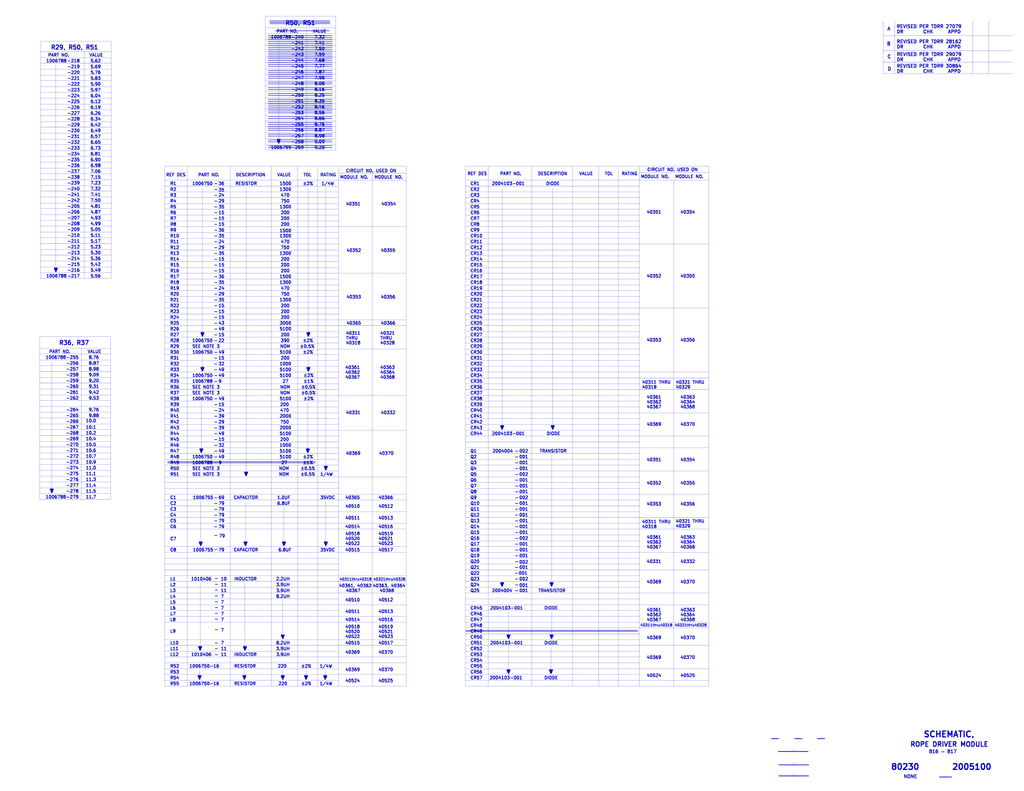
<source format=kicad_sch>
(kicad_sch (version 20211123) (generator eeschema)
  (paper "E")
  (polyline (pts (xy 179.705 565.15) (xy 369.57 565.15)) (stroke (width 0) (type solid)))
  (polyline (pts (xy 289.56 138.43) (xy 366.395 138.43)) (stroke (width 0) (type solid)))
  (polyline (pts (xy 508 565.15) (xy 773.43 565.15)) (stroke (width 0) (type solid)))
  (polyline (pts (xy 508 234.95) (xy 697.865 234.95)) (stroke (width 0) (type solid)))
  (polyline (pts (xy 292.735 119.0498) (xy 362.585 119.0498)) (stroke (width 0.508) (type solid)))
  (polyline (pts (xy 697.865 181.61) (xy 697.865 749.3)) (stroke (width 0) (type solid)))
  (polyline (pts (xy 292.735 47.371) (xy 362.585 47.371)) (stroke (width 0.508) (type solid)))
  (polyline (pts (xy 546.735 636.6002) (xy 549.275 636.6002)) (stroke (width 1.524) (type solid)))
  (polyline (pts (xy 179.705 361.95) (xy 369.57 361.95)) (stroke (width 0) (type solid)))
  (polyline (pts (xy 508 558.8) (xy 697.865 558.8)) (stroke (width 0) (type solid)))
  (polyline (pts (xy 219.71 363.5502) (xy 222.25 363.5502)) (stroke (width 1.524) (type solid)))
  (polyline (pts (xy 289.56 119.38) (xy 366.395 119.38)) (stroke (width 0) (type solid)))
  (polyline (pts (xy 355.6 595.3252) (xy 354.33 592.1502)) (stroke (width 1.524) (type solid)))
  (polyline (pts (xy 44.45 113.665) (xy 121.285 113.665)) (stroke (width 0) (type solid)))
  (polyline (pts (xy 289.56 157.48) (xy 366.395 157.48)) (stroke (width 0) (type solid)))
  (polyline (pts (xy 57.785 534.3652) (xy 56.515 537.5402)) (stroke (width 1.524) (type solid)))
  (polyline (pts (xy 43.18 450.215) (xy 120.65 450.215)) (stroke (width 0) (type solid)))
  (polyline (pts (xy 44.45 297.815) (xy 121.285 297.815)) (stroke (width 0) (type solid)))
  (polyline (pts (xy 44.45 278.765) (xy 121.285 278.765)) (stroke (width 0) (type solid)))
  (polyline (pts (xy 179.705 603.25) (xy 443.23 603.25)) (stroke (width 0) (type solid)))
  (polyline (pts (xy 508 692.15) (xy 697.865 692.15)) (stroke (width 0) (type solid)))
  (polyline (pts (xy 265.43 738.2002) (xy 267.97 738.2002)) (stroke (width 1.524) (type solid)))
  (polyline (pts (xy 601.345 734.06) (xy 601.345 706.12)) (stroke (width 0) (type solid)))
  (polyline (pts (xy 179.705 514.35) (xy 369.57 514.35)) (stroke (width 0) (type solid)))
  (polyline (pts (xy 289.56 163.83) (xy 289.56 17.78)) (stroke (width 0) (type solid)))
  (polyline (pts (xy 554.99 735.0252) (xy 553.72 731.8502)) (stroke (width 1.524) (type solid)))
  (polyline (pts (xy 508 742.95) (xy 773.43 742.95)) (stroke (width 0) (type solid)))
  (polyline (pts (xy 289.56 87.63) (xy 366.395 87.63)) (stroke (width 0) (type solid)))
  (polyline (pts (xy 179.705 622.3) (xy 369.57 622.3)) (stroke (width 0) (type solid)))
  (polyline (pts (xy 508 628.65) (xy 697.865 628.65)) (stroke (width 0) (type solid)))
  (polyline (pts (xy 44.45 145.415) (xy 121.285 145.415)) (stroke (width 0) (type solid)))
  (polyline (pts (xy 292.735 148.5646) (xy 362.585 148.5646)) (stroke (width 0.508) (type solid)))
  (polyline (pts (xy 62.23 293.0652) (xy 60.96 296.2402)) (stroke (width 1.524) (type solid)))
  (polyline (pts (xy 179.705 330.2) (xy 369.57 330.2)) (stroke (width 0) (type solid)))
  (polyline (pts (xy 508 457.2) (xy 697.865 457.2)) (stroke (width 0) (type solid)))
  (polyline (pts (xy 601.345 735.0252) (xy 600.075 731.8502)) (stroke (width 1.524) (type solid)))
  (polyline (pts (xy 43.18 367.665) (xy 43.18 545.465)) (stroke (width 0) (type solid)))
  (polyline (pts (xy 603.25 693.7502) (xy 601.98 696.9252)) (stroke (width 1.524) (type solid)))
  (polyline (pts (xy 508 215.9) (xy 697.865 215.9)) (stroke (width 0) (type solid)))
  (polyline (pts (xy 508 425.45) (xy 773.43 425.45)) (stroke (width 0) (type solid)))
  (polyline (pts (xy 267.97 738.2002) (xy 266.7 741.3752)) (stroke (width 1.524) (type solid)))
  (polyline (pts (xy 292.735 53.6956) (xy 362.585 53.6956)) (stroke (width 0.508) (type solid)))
  (polyline (pts (xy 268.605 518.16) (xy 268.605 205.105)) (stroke (width 0) (type solid)))
  (polyline (pts (xy 292.735 140.1318) (xy 362.585 140.1318)) (stroke (width 0.508) (type solid)))
  (polyline (pts (xy 356.235 738.2002) (xy 354.965 741.3752)) (stroke (width 1.524) (type solid)))
  (polyline (pts (xy 179.705 501.65) (xy 369.57 501.65)) (stroke (width 0) (type solid)))
  (polyline (pts (xy 508 520.7) (xy 697.865 520.7)) (stroke (width 0) (type solid)))
  (polyline (pts (xy 508 254) (xy 697.865 254)) (stroke (width 0) (type solid)))
  (polyline (pts (xy 976.6046 23.4442) (xy 976.6046 80.6958)) (stroke (width 0) (type solid)))
  (polyline (pts (xy 600.075 731.8502) (xy 602.615 731.8502)) (stroke (width 1.524) (type solid)))
  (polyline (pts (xy 179.705 539.75) (xy 443.23 539.75)) (stroke (width 0) (type solid)))
  (polyline (pts (xy 508 514.35) (xy 773.43 514.35)) (stroke (width 0) (type solid)))
  (polyline (pts (xy 43.18 539.115) (xy 120.65 539.115)) (stroke (width 0) (type solid)))
  (polyline (pts (xy 44.45 107.315) (xy 121.285 107.315)) (stroke (width 0) (type solid)))
  (polyline (pts (xy 337.185 490.5502) (xy 335.915 493.7252)) (stroke (width 1.524) (type solid)))
  (polyline (pts (xy 179.705 666.75) (xy 369.57 666.75)) (stroke (width 0) (type solid)))
  (polyline (pts (xy 508 406.4) (xy 773.43 406.4)) (stroke (width 0) (type solid)))
  (polyline (pts (xy 179.705 635) (xy 443.23 635)) (stroke (width 0) (type solid)))
  (polyline (pts (xy 556.26 693.7502) (xy 554.99 696.9252)) (stroke (width 1.524) (type solid)))
  (polyline (pts (xy 508 615.95) (xy 697.865 615.95)) (stroke (width 0) (type solid)))
  (polyline (pts (xy 508 736.6) (xy 697.865 736.6)) (stroke (width 0) (type solid)))
  (polyline (pts (xy 43.18 520.065) (xy 120.65 520.065)) (stroke (width 0) (type solid)))
  (polyline (pts (xy 292.735 68.453) (xy 362.585 68.453)) (stroke (width 0.508) (type solid)))
  (polyline (pts (xy 508.635 689.61) (xy 695.96 689.61)) (stroke (width 0.508) (type solid)))
  (polyline (pts (xy 508 381) (xy 697.865 381)) (stroke (width 0) (type solid)))
  (polyline (pts (xy 292.735 114.8334) (xy 362.585 114.8334)) (stroke (width 0.508) (type solid)))
  (polyline (pts (xy 549.275 465.1502) (xy 548.005 468.3252)) (stroke (width 1.524) (type solid)))
  (polyline (pts (xy 267.97 594.995) (xy 267.97 547.37)) (stroke (width 0) (type solid)))
  (polyline (pts (xy 336.55 404.8252) (xy 335.28 401.6502)) (stroke (width 1.524) (type solid)))
  (polyline (pts (xy 300.355 33.655) (xy 359.41 33.655)) (stroke (width 0.508) (type solid)))
  (polyline (pts (xy 179.705 311.15) (xy 369.57 311.15)) (stroke (width 0) (type solid)))
  (polyline (pts (xy 179.705 279.4) (xy 369.57 279.4)) (stroke (width 0) (type solid)))
  (polyline (pts (xy 44.45 266.065) (xy 121.285 266.065)) (stroke (width 0) (type solid)))
  (polyline (pts (xy 508 533.4) (xy 697.865 533.4)) (stroke (width 0) (type solid)))
  (polyline (pts (xy 292.735 70.5612) (xy 362.585 70.5612)) (stroke (width 0.508) (type solid)))
  (polyline (pts (xy 289.56 36.83) (xy 366.395 36.83)) (stroke (width 0) (type solid)))
  (polyline (pts (xy 179.705 241.3) (xy 369.57 241.3)) (stroke (width 0) (type solid)))
  (polyline (pts (xy 43.18 367.665) (xy 120.65 367.665)) (stroke (width 0) (type solid)))
  (polyline (pts (xy 508 571.5) (xy 697.865 571.5)) (stroke (width 0) (type solid)))
  (polyline (pts (xy 508 508) (xy 697.865 508)) (stroke (width 0) (type solid)))
  (polyline (pts (xy 289.56 163.83) (xy 366.395 163.83)) (stroke (width 0) (type solid)))
  (polyline (pts (xy 220.345 592.1502) (xy 219.075 595.3252)) (stroke (width 1.524) (type solid)))
  (polyline (pts (xy 309.88 693.7502) (xy 308.61 696.9252)) (stroke (width 1.524) (type solid)))
  (polyline (pts (xy 289.56 113.03) (xy 366.395 113.03)) (stroke (width 0) (type solid)))
  (polyline (pts (xy 508 730.25) (xy 773.43 730.25)) (stroke (width 0) (type solid)))
  (polyline (pts (xy 604.52 465.1502) (xy 603.25 468.3252)) (stroke (width 1.524) (type solid)))
  (polyline (pts (xy 292.735 123.2662) (xy 362.585 123.2662)) (stroke (width 0.508) (type solid)))
  (polyline (pts (xy 292.735 133.8072) (xy 362.585 133.8072)) (stroke (width 0.508) (type solid)))
  (polyline (pts (xy 292.735 78.994) (xy 362.585 78.994)) (stroke (width 0.508) (type solid)))
  (polyline (pts (xy 554.99 696.9252) (xy 553.72 693.7502)) (stroke (width 1.524) (type solid)))
  (polyline (pts (xy 354.965 741.3752) (xy 353.695 738.2002)) (stroke (width 1.524) (type solid)))
  (polyline (pts (xy 204.47 181.61) (xy 204.47 749.3)) (stroke (width 0) (type solid)))
  (polyline (pts (xy 508 501.65) (xy 697.865 501.65)) (stroke (width 0) (type solid)))
  (polyline (pts (xy 43.18 526.415) (xy 120.65 526.415)) (stroke (width 0) (type solid)))
  (polyline (pts (xy 289.56 55.88) (xy 366.395 55.88)) (stroke (width 0) (type solid)))
  (polyline (pts (xy 508 438.15) (xy 697.865 438.15)) (stroke (width 0) (type solid)))
  (polyline (pts (xy 508 673.1) (xy 697.865 673.1)) (stroke (width 0) (type solid)))
  (polyline (pts (xy 44.45 221.615) (xy 121.285 221.615)) (stroke (width 0) (type solid)))
  (polyline (pts (xy 179.705 349.25) (xy 443.23 349.25)) (stroke (width 0) (type solid)))
  (polyline (pts (xy 88.9 545.465) (xy 88.9 380.365)) (stroke (width 0) (type solid)))
  (polyline (pts (xy 43.18 545.465) (xy 120.65 545.465)) (stroke (width 0) (type solid)))
  (polyline (pts (xy 292.735 72.6694) (xy 362.585 72.6694)) (stroke (width 0.508) (type solid)))
  (polyline (pts (xy 580.39 181.61) (xy 580.39 749.3)) (stroke (width 0) (type solid)))
  (polyline (pts (xy 179.705 247.65) (xy 443.23 247.65)) (stroke (width 0) (type solid)))
  (polyline (pts (xy 44.45 304.165) (xy 44.45 45.085)) (stroke (width 0) (type solid)))
  (polyline (pts (xy 292.735 62.1284) (xy 362.585 62.1284)) (stroke (width 0.508) (type solid)))
  (polyline (pts (xy 179.705 546.1) (xy 443.23 546.1)) (stroke (width 0) (type solid)))
  (polyline (pts (xy 600.71 693.7502) (xy 603.25 693.7502)) (stroke (width 1.524) (type solid)))
  (polyline (pts (xy 508 546.1) (xy 697.865 546.1)) (stroke (width 0) (type solid)))
  (polyline (pts (xy 508 260.35) (xy 697.865 260.35)) (stroke (width 0) (type solid)))
  (polyline (pts (xy 508 654.05) (xy 697.865 654.05)) (stroke (width 0) (type solid)))
  (polyline (pts (xy 43.18 431.165) (xy 120.65 431.165)) (stroke (width 0) (type solid)))
  (polyline (pts (xy 179.705 317.5) (xy 369.57 317.5)) (stroke (width 0) (type solid)))
  (polyline (pts (xy 964.1332 80.6958) (xy 1104.7222 80.6958)) (stroke (width 0) (type solid)))
  (polyline (pts (xy 508 222.25) (xy 697.865 222.25)) (stroke (width 0) (type solid)))
  (polyline (pts (xy 179.705 704.85) (xy 443.23 704.85)) (stroke (width 0) (type solid)))
  (polyline (pts (xy 292.735 116.9416) (xy 362.585 116.9416)) (stroke (width 0.508) (type solid)))
  (polyline (pts (xy 308.61 741.3752) (xy 307.34 738.2002)) (stroke (width 1.524) (type solid)))
  (polyline (pts (xy 179.705 260.35) (xy 369.57 260.35)) (stroke (width 0) (type solid)))
  (polyline (pts (xy 179.705 577.85) (xy 443.23 577.85)) (stroke (width 0) (type solid)))
  (polyline (pts (xy 304.165 45.085) (xy 304.165 156.21)) (stroke (width 0) (type solid)))
  (polyline (pts (xy 179.705 215.9) (xy 369.57 215.9)) (stroke (width 0) (type solid)))
  (polyline (pts (xy 336.55 366.7252) (xy 335.28 363.5502)) (stroke (width 1.524) (type solid)))
  (polyline (pts (xy 43.18 437.515) (xy 120.65 437.515)) (stroke (width 0) (type solid)))
  (polyline (pts (xy 335.28 401.6502) (xy 337.82 401.6502)) (stroke (width 1.524) (type solid)))
  (polyline (pts (xy 508 349.25) (xy 697.865 349.25)) (stroke (width 0) (type solid)))
  (polyline (pts (xy 44.45 94.615) (xy 121.285 94.615)) (stroke (width 0) (type solid)))
  (polyline (pts (xy 179.705 254) (xy 369.57 254)) (stroke (width 0) (type solid)))
  (polyline (pts (xy 179.705 438.15) (xy 369.57 438.15)) (stroke (width 0) (type solid)))
  (polyline (pts (xy 508 412.75) (xy 773.43 412.75)) (stroke (width 0) (type solid)))
  (polyline (pts (xy 735.33 196.85) (xy 735.33 749.3)) (stroke (width 0) (type solid)))
  (polyline (pts (xy 179.705 419.1) (xy 369.57 419.1)) (stroke (width 0) (type solid)))
  (polyline (pts (xy 292.735 57.912) (xy 362.585 57.912)) (stroke (width 0.508) (type solid)))
  (polyline (pts (xy 337.82 401.6502) (xy 336.55 404.8252)) (stroke (width 1.524) (type solid)))
  (polyline (pts (xy 332.74 738.2002) (xy 335.28 738.2002)) (stroke (width 1.524) (type solid)))
  (polyline (pts (xy 292.735 159.1056) (xy 362.585 159.1056)) (stroke (width 0.508) (type solid)))
  (polyline (pts (xy 44.45 88.265) (xy 121.285 88.265)) (stroke (width 0) (type solid)))
  (polyline (pts (xy 267.335 708.66) (xy 267.335 636.905)) (stroke (width 0) (type solid)))
  (polyline (pts (xy 508 330.2) (xy 697.865 330.2)) (stroke (width 0) (type solid)))
  (polyline (pts (xy 307.34 738.2002) (xy 309.88 738.2002)) (stroke (width 1.524) (type solid)))
  (polyline (pts (xy 43.18 475.615) (xy 120.65 475.615)) (stroke (width 0) (type solid)))
  (polyline (pts (xy 532.765 749.3) (xy 532.765 181.61)) (stroke (width 0) (type solid)))
  (polyline (pts (xy 59.69 293.0652) (xy 62.23 293.0652)) (stroke (width 1.524) (type solid)))
  (polyline (pts (xy 335.28 738.2002) (xy 334.01 741.3752)) (stroke (width 1.524) (type solid)))
  (polyline (pts (xy 179.705 400.05) (xy 369.57 400.05)) (stroke (width 0) (type solid)))
  (polyline (pts (xy 508 209.55) (xy 697.865 209.55)) (stroke (width 0) (type solid)))
  (polyline (pts (xy 179.705 292.1) (xy 369.57 292.1)) (stroke (width 0) (type solid)))
  (polyline (pts (xy 337.82 363.5502) (xy 336.55 366.7252)) (stroke (width 1.524) (type solid)))
  (polyline (pts (xy 179.705 476.25) (xy 369.57 476.25)) (stroke (width 0) (type solid)))
  (polyline (pts (xy 554.99 695.96) (xy 554.99 668.02)) (stroke (width 0) (type solid)))
  (polyline (pts (xy 624.84 749.3) (xy 624.84 181.61)) (stroke (width 0) (type solid)))
  (polyline (pts (xy 289.56 68.58) (xy 366.395 68.58)) (stroke (width 0) (type solid)))
  (polyline (pts (xy 508 469.9) (xy 697.865 469.9)) (stroke (width 0) (type solid)))
  (polyline (pts (xy 179.705 571.5) (xy 443.23 571.5)) (stroke (width 0) (type solid)))
  (polyline (pts (xy 289.56 17.78) (xy 366.395 17.78)) (stroke (width 0) (type solid)))
  (polyline (pts (xy 508 463.55) (xy 697.865 463.55)) (stroke (width 0) (type solid)))
  (polyline (pts (xy 508 603.25) (xy 773.43 603.25)) (stroke (width 0) (type solid)))
  (polyline (pts (xy 289.56 30.48) (xy 366.395 30.48)) (stroke (width 0) (type solid)))
  (polyline (pts (xy 508 317.5) (xy 697.865 317.5)) (stroke (width 0) (type solid)))
  (polyline (pts (xy 508 552.45) (xy 697.865 552.45)) (stroke (width 0) (type solid)))
  (polyline (pts (xy 292.735 66.3448) (xy 362.585 66.3448)) (stroke (width 0.508) (type solid)))
  (polyline (pts (xy 179.705 298.45) (xy 443.23 298.45)) (stroke (width 0) (type solid)))
  (polyline (pts (xy 864.0572 848.9696) (xy 867.2322 844.5246)) (stroke (width 0) (type solid)))
  (polyline (pts (xy 216.535 738.2002) (xy 219.075 738.2002)) (stroke (width 1.524) (type solid)))
  (polyline (pts (xy 218.44 708.66) (xy 218.44 636.27)) (stroke (width 0) (type solid)))
  (polyline (pts (xy 179.705 381) (xy 443.23 381)) (stroke (width 0) (type solid)))
  (polyline (pts (xy 56.515 394.97) (xy 56.515 537.21)) (stroke (width 0) (type solid)))
  (polyline (pts (xy 289.56 74.93) (xy 366.395 74.93)) (stroke (width 0) (type solid)))
  (polyline (pts (xy 179.705 412.75) (xy 369.57 412.75)) (stroke (width 0) (type solid)))
  (polyline (pts (xy 179.705 406.4) (xy 369.57 406.4)) (stroke (width 0) (type solid)))
  (polyline (pts (xy 335.915 493.7252) (xy 334.645 490.5502)) (stroke (width 1.524) (type solid)))
  (polyline (pts (xy 309.88 595.3252) (xy 308.61 592.1502)) (stroke (width 1.524) (type solid)))
  (polyline (pts (xy 179.705 374.65) (xy 369.57 374.65)) (stroke (width 0) (type solid)))
  (polyline (pts (xy 336.55 403.86) (xy 336.55 388.62)) (stroke (width 0) (type solid)))
  (polyline (pts (xy 508 304.8) (xy 697.865 304.8)) (stroke (width 0) (type solid)))
  (polyline (pts (xy 179.705 222.25) (xy 369.57 222.25)) (stroke (width 0) (type solid)))
  (polyline (pts (xy 289.56 93.98) (xy 366.395 93.98)) (stroke (width 0) (type solid)))
  (polyline (pts (xy 182.88 505.46) (xy 344.17 505.46)) (stroke (width 0.508) (type solid)))
  (polyline (pts (xy 43.18 494.665) (xy 120.65 494.665)) (stroke (width 0) (type solid)))
  (polyline (pts (xy 508 495.3) (xy 697.865 495.3)) (stroke (width 0) (type solid)))
  (polyline (pts (xy 289.56 81.28) (xy 366.395 81.28)) (stroke (width 0) (type solid)))
  (polyline (pts (xy 292.735 89.535) (xy 362.585 89.535)) (stroke (width 0.508) (type solid)))
  (polyline (pts (xy 218.44 490.5502) (xy 220.98 490.5502)) (stroke (width 1.524) (type solid)))
  (polyline (pts (xy 508 298.45) (xy 697.865 298.45)) (stroke (width 0) (type solid)))
  (polyline (pts (xy 508 476.25) (xy 773.43 476.25)) (stroke (width 0) (type solid)))
  (polyline (pts (xy 289.56 125.73) (xy 366.395 125.73)) (stroke (width 0) (type solid)))
  (polyline (pts (xy 179.705 488.95) (xy 369.57 488.95)) (stroke (width 0) (type solid)))
  (polyline (pts (xy 179.705 463.55) (xy 369.57 463.55)) (stroke (width 0) (type solid)))
  (polyline (pts (xy 508 679.45) (xy 773.43 679.45)) (stroke (width 0) (type solid)))
  (polyline (pts (xy 43.18 393.065) (xy 120.65 393.065)) (stroke (width 0) (type solid)))
  (polyline (pts (xy 292.735 43.1546) (xy 362.585 43.1546)) (stroke (width 0.508) (type solid)))
  (polyline (pts (xy 508 342.9) (xy 697.865 342.9)) (stroke (width 0) (type solid)))
  (polyline (pts (xy 309.88 738.2002) (xy 308.61 741.3752)) (stroke (width 1.524) (type solid)))
  (polyline (pts (xy 508 273.05) (xy 697.865 273.05)) (stroke (width 0) (type solid)))
  (polyline (pts (xy 44.45 81.915) (xy 121.285 81.915)) (stroke (width 0) (type solid)))
  (polyline (pts (xy 354.33 509.6002) (xy 356.87 509.6002)) (stroke (width 1.524) (type solid)))
  (polyline (pts (xy 43.18 399.415) (xy 120.65 399.415)) (stroke (width 0) (type solid)))
  (polyline (pts (xy 289.56 100.33) (xy 366.395 100.33)) (stroke (width 0) (type solid)))
  (polyline (pts (xy 508 203.2) (xy 697.865 203.2)) (stroke (width 0) (type solid)))
  (polyline (pts (xy 268.605 519.1252) (xy 267.335 515.9502)) (stroke (width 1.524) (type solid)))
  (polyline (pts (xy 508 431.8) (xy 697.865 431.8)) (stroke (width 0) (type solid)))
  (polyline (pts (xy 844.3722 807.6946) (xy 846.2772 805.1546)) (stroke (width 0) (type solid)))
  (polyline (pts (xy 356.87 509.6002) (xy 355.6 512.7752)) (stroke (width 1.524) (type solid)))
  (polyline (pts (xy 43.18 469.265) (xy 120.65 469.265)) (stroke (width 0) (type solid)))
  (polyline (pts (xy 302.895 152.7302) (xy 305.435 152.7302)) (stroke (width 1.524) (type solid)))
  (polyline (pts (xy 289.56 151.13) (xy 366.395 151.13)) (stroke (width 0) (type solid)))
  (polyline (pts (xy 602.615 731.8502) (xy 601.345 735.0252)) (stroke (width 1.524) (type solid)))
  (polyline (pts (xy 179.705 742.95) (xy 369.57 742.95)) (stroke (width 0) (type solid)))
  (polyline (pts (xy 292.735 60.0202) (xy 362.585 60.0202)) (stroke (width 0.508) (type solid)))
  (polyline (pts (xy 44.45 56.515) (xy 121.285 56.515)) (stroke (width 0) (type solid)))
  (polyline (pts (xy 603.25 467.36) (xy 603.25 205.105)) (stroke (width 0) (type solid)))
  (polyline (pts (xy 220.98 403.86) (xy 220.98 388.62)) (stroke (width 0) (type solid)))
  (polyline (pts (xy 508 450.85) (xy 773.43 450.85)) (stroke (width 0) (type solid)))
  (polyline (pts (xy 220.98 366.7252) (xy 219.71 363.5502)) (stroke (width 1.524) (type solid)))
  (polyline (pts (xy 292.735 154.8892) (xy 362.585 154.8892)) (stroke (width 0.508) (type solid)))
  (polyline (pts (xy 44.45 151.765) (xy 121.285 151.765)) (stroke (width 0) (type solid)))
  (polyline (pts (xy 179.705 285.75) (xy 369.57 285.75)) (stroke (width 0) (type solid)))
  (polyline (pts (xy 292.735 49.4792) (xy 362.585 49.4792)) (stroke (width 0.508) (type solid)))
  (polyline (pts (xy 335.28 363.5502) (xy 337.82 363.5502)) (stroke (width 1.524) (type solid)))
  (polyline (pts (xy 406.4 189.23) (xy 406.4 749.3)) (stroke (width 0) (type solid)))
  (polyline (pts (xy 267.335 709.6252) (xy 266.065 706.4502)) (stroke (width 1.524) (type solid)))
  (polyline (pts (xy 443.23 181.61) (xy 443.23 749.3)) (stroke (width 0) (type solid)))
  (polyline (pts (xy 43.18 443.865) (xy 120.65 443.865)) (stroke (width 0) (type solid)))
  (polyline (pts (xy 44.45 132.715) (xy 121.285 132.715)) (stroke (width 0) (type solid)))
  (polyline (pts (xy 369.57 181.61) (xy 369.57 749.3)) (stroke (width 0) (type solid)))
  (polyline (pts (xy 356.87 592.1502) (xy 355.6 595.3252)) (stroke (width 1.524) (type solid)))
  (polyline (pts (xy 773.43 181.61) (xy 773.43 749.3)) (stroke (width 0) (type solid)))
  (polyline (pts (xy 44.45 272.415) (xy 121.285 272.415)) (stroke (width 0) (type solid)))
  (polyline (pts (xy 44.45 196.215) (xy 121.285 196.215)) (stroke (width 0) (type solid)))
  (polyline (pts (xy 964.1332 23.4442) (xy 964.1332 80.6958)) (stroke (width 0) (type solid)))
  (polyline (pts (xy 508 336.55) (xy 773.43 336.55)) (stroke (width 0) (type solid)))
  (polyline (pts (xy 44.45 158.115) (xy 121.285 158.115)) (stroke (width 0) (type solid)))
  (polyline (pts (xy 307.34 693.7502) (xy 309.88 693.7502)) (stroke (width 1.524) (type solid)))
  (polyline (pts (xy 222.25 363.5502) (xy 220.98 366.7252)) (stroke (width 1.524) (type solid)))
  (polyline (pts (xy 44.45 126.365) (xy 121.285 126.365)) (stroke (width 0) (type solid)))
  (polyline (pts (xy 219.71 706.4502) (xy 218.44 709.6252)) (stroke (width 1.524) (type solid)))
  (polyline (pts (xy 179.705 273.05) (xy 369.57 273.05)) (stroke (width 0) (type solid)))
  (polyline (pts (xy 292.735 110.617) (xy 362.585 110.617)) (stroke (width 0.508) (type solid)))
  (polyline (pts (xy 44.45 259.715) (xy 121.285 259.715)) (stroke (width 0) (type solid)))
  (polyline (pts (xy 179.705 615.95) (xy 369.57 615.95)) (stroke (width 0) (type solid)))
  (polyline (pts (xy 179.705 368.3) (xy 369.57 368.3)) (stroke (width 0) (type solid)))
  (polyline (pts (xy 508 279.4) (xy 697.865 279.4)) (stroke (width 0) (type solid)))
  (polyline (pts (xy 43.18 488.315) (xy 120.65 488.315)) (stroke (width 0) (type solid)))
  (polyline (pts (xy 219.075 738.2002) (xy 217.805 741.3752)) (stroke (width 1.524) (type solid)))
  (polyline (pts (xy 44.45 189.865) (xy 121.285 189.865)) (stroke (width 0) (type solid)))
  (polyline (pts (xy 179.705 641.35) (xy 369.57 641.35)) (stroke (width 0) (type solid)))
  (polyline (pts (xy 44.45 285.115) (xy 121.285 285.115)) (stroke (width 0) (type solid)))
  (polyline (pts (xy 44.45 120.015) (xy 121.285 120.015)) (stroke (width 0) (type solid)))
  (polyline (pts (xy 179.705 228.6) (xy 369.57 228.6)) (stroke (width 0) (type solid)))
  (polyline (pts (xy 292.735 161.2138) (xy 362.585 161.2138)) (stroke (width 0.508) (type solid)))
  (polyline (pts (xy 311.15 592.1502) (xy 309.88 595.3252)) (stroke (width 1.524) (type solid)))
  (polyline (pts (xy 220.98 404.8252) (xy 219.71 401.6502)) (stroke (width 1.524) (type solid)))
  (polyline (pts (xy 292.735 38.9382) (xy 362.585 38.9382)) (stroke (width 0.508) (type solid)))
  (polyline (pts (xy 508 635) (xy 697.865 635)) (stroke (width 0) (type solid)))
  (polyline (pts (xy 179.705 495.3) (xy 369.57 495.3)) (stroke (width 0) (type solid)))
  (polyline (pts (xy 508 647.7) (xy 773.43 647.7)) (stroke (width 0) (type solid)))
  (polyline (pts (xy 44.45 164.465) (xy 121.285 164.465)) (stroke (width 0) (type solid)))
  (polyline (pts (xy 289.56 62.23) (xy 366.395 62.23)) (stroke (width 0) (type solid)))
  (polyline (pts (xy 508 323.85) (xy 697.865 323.85)) (stroke (width 0) (type solid)))
  (polyline (pts (xy 217.17 706.4502) (xy 219.71 706.4502)) (stroke (width 1.524) (type solid)))
  (polyline (pts (xy 308.61 696.9252) (xy 307.34 693.7502)) (stroke (width 1.524) (type solid)))
  (polyline (pts (xy 292.735 64.2366) (xy 362.585 64.2366)) (stroke (width 0.508) (type solid)))
  (polyline (pts (xy 292.735 95.8596) (xy 362.585 95.8596)) (stroke (width 0.508) (type solid)))
  (polyline (pts (xy 292.735 138.0236) (xy 362.585 138.0236)) (stroke (width 0.508) (type solid)))
  (polyline (pts (xy 220.98 490.5502) (xy 219.71 493.7252)) (stroke (width 1.524) (type solid)))
  (polyline (pts (xy 43.18 412.115) (xy 120.65 412.115)) (stroke (width 0) (type solid)))
  (polyline (pts (xy 292.735 104.2924) (xy 362.585 104.2924)) (stroke (width 0.508) (type solid)))
  (polyline (pts (xy 44.45 69.215) (xy 121.285 69.215)) (stroke (width 0) (type solid)))
  (polyline (pts (xy 292.735 55.8038) (xy 362.585 55.8038)) (stroke (width 0.508) (type solid)))
  (polyline (pts (xy 548.005 639.7752) (xy 546.735 636.6002)) (stroke (width 1.524) (type solid)))
  (polyline (pts (xy 508 419.1) (xy 697.865 419.1)) (stroke (width 0) (type solid)))
  (polyline (pts (xy 305.435 152.7302) (xy 304.165 155.9052)) (stroke (width 1.524) (type solid)))
  (polyline (pts (xy 219.075 594.995) (xy 219.075 547.37)) (stroke (width 0) (type solid)))
  (polyline (pts (xy 179.705 647.7) (xy 443.23 647.7)) (stroke (width 0) (type solid)))
  (polyline (pts (xy 334.01 741.045) (xy 334.01 731.52)) (stroke (width 0) (type solid)))
  (polyline (pts (xy 508 660.4) (xy 773.43 660.4)) (stroke (width 0) (type solid)))
  (polyline (pts (xy 546.735 465.1502) (xy 549.275 465.1502)) (stroke (width 1.524) (type solid)))
  (polyline (pts (xy 308.61 592.1502) (xy 311.15 592.1502)) (stroke (width 1.524) (type solid)))
  (polyline (pts (xy 508 355.6) (xy 697.865 355.6)) (stroke (width 0) (type solid)))
  (polyline (pts (xy 354.965 741.045) (xy 354.965 731.52)) (stroke (width 0) (type solid)))
  (polyline (pts (xy 309.88 594.36) (xy 309.88 553.72)) (stroke (width 0) (type solid)))
  (polyline (pts (xy 267.97 595.3252) (xy 266.7 592.1502)) (stroke (width 1.524) (type solid)))
  (polyline (pts (xy 43.18 456.565) (xy 120.65 456.565)) (stroke (width 0) (type solid)))
  (polyline (pts (xy 217.805 741.3752) (xy 216.535 738.2002)) (stroke (width 1.524) (type solid)))
  (polyline (pts (xy 508 584.2) (xy 697.865 584.2)) (stroke (width 0) (type solid)))
  (polyline (pts (xy 121.285 45.085) (xy 121.285 304.165)) (stroke (width 0) (type solid)))
  (polyline (pts (xy 508 698.5) (xy 697.865 698.5)) (stroke (width 0) (type solid)))
  (polyline (pts (xy 289.56 106.68) (xy 366.395 106.68)) (stroke (width 0) (type solid)))
  (polyline (pts (xy 508 196.85) (xy 773.43 196.85)) (stroke (width 0) (type solid)))
  (polyline (pts (xy 508 622.3) (xy 773.43 622.3)) (stroke (width 0) (type solid)))
  (polyline (pts (xy 601.98 696.595) (xy 601.98 668.02)) (stroke (width 0) (type solid)))
  (polyline (pts (xy 179.705 520.7) (xy 443.23 520.7)) (stroke (width 0) (type solid)))
  (polyline (pts (xy 292.735 121.158) (xy 362.585 121.158)) (stroke (width 0.508) (type solid)))
  (polyline (pts (xy 43.18 532.765) (xy 120.65 532.765)) (stroke (width 0) (type solid)))
  (polyline (pts (xy 295.91 181.61) (xy 295.91 749.3)) (stroke (width 0) (type solid)))
  (polyline (pts (xy 548.005 468.3252) (xy 546.735 465.1502)) (stroke (width 1.524) (type solid)))
  (polyline (pts (xy 355.6 512.7752) (xy 354.33 509.6002)) (stroke (width 1.524) (type solid)))
  (polyline (pts (xy 44.45 45.085) (xy 121.285 45.085)) (stroke (width 0) (type solid)))
  (polyline (pts (xy 508 266.7) (xy 773.43 266.7)) (stroke (width 0) (type solid)))
  (polyline (pts (xy 179.705 266.7) (xy 369.57 266.7)) (stroke (width 0) (type solid)))
  (polyline (pts (xy 179.705 342.9) (xy 369.57 342.9)) (stroke (width 0) (type solid)))
  (polyline (pts (xy 289.56 132.08) (xy 366.395 132.08)) (stroke (width 0) (type solid)))
  (polyline (pts (xy 43.18 380.365) (xy 120.65 380.365)) (stroke (width 0) (type solid)))
  (polyline (pts (xy 697.865 188.595) (xy 773.43 188.595)) (stroke (width 0) (type solid)))
  (polyline (pts (xy 179.705 660.4) (xy 443.23 660.4)) (stroke (width 0) (type solid)))
  (polyline (pts (xy 179.705 711.2) (xy 369.57 711.2)) (stroke (width 0) (type solid)))
  (polyline (pts (xy 179.705 596.9) (xy 443.23 596.9)) (stroke (width 0) (type solid)))
  (polyline (pts (xy 292.735 127.4826) (xy 362.585 127.4826)) (stroke (width 0.508) (type solid)))
  (polyline (pts (xy 653.415 181.61) (xy 653.415 749.3)) (stroke (width 0) (type solid)))
  (polyline (pts (xy 292.735 91.6432) (xy 362.585 91.6432)) (stroke (width 0.508) (type solid)))
  (polyline (pts (xy 292.735 81.1022) (xy 362.585 81.1022)) (stroke (width 0.508) (type solid)))
  (polyline (pts (xy 603.25 468.3252) (xy 601.98 465.1502)) (stroke (width 1.524) (type solid)))
  (polyline (pts (xy 43.18 481.965) (xy 120.65 481.965)) (stroke (width 0) (type solid)))
  (polyline (pts (xy 334.645 490.5502) (xy 337.185 490.5502)) (stroke (width 1.524) (type solid)))
  (polyline (pts (xy 1030.4272 849.6046) (xy 1032.9672 847.0646)) (stroke (width 0) (type solid)))
  (polyline (pts (xy 44.45 62.865) (xy 121.285 62.865)) (stroke (width 0) (type solid)))
  (polyline (pts (xy 44.45 170.815) (xy 121.285 170.815)) (stroke (width 0) (type solid)))
  (polyline (pts (xy 292.735 97.9678) (xy 362.585 97.9678)) (stroke (width 0.508) (type solid)))
  (polyline (pts (xy 43.18 418.465) (xy 120.65 418.465)) (stroke (width 0) (type solid)))
  (polyline (pts (xy 267.335 515.9502) (xy 269.875 515.9502)) (stroke (width 1.524) (type solid)))
  (polyline (pts (xy 43.18 513.715) (xy 120.65 513.715)) (stroke (width 0) (type solid)))
  (polyline (pts (xy 508 311.15) (xy 697.865 311.15)) (stroke (width 0) (type solid)))
  (polyline (pts (xy 353.695 738.2002) (xy 356.235 738.2002)) (stroke (width 1.524) (type solid)))
  (polyline (pts (xy 292.735 129.5908) (xy 362.585 129.5908)) (stroke (width 0.508) (type solid)))
  (polyline (pts (xy 179.705 323.85) (xy 369.57 323.85)) (stroke (width 0) (type solid)))
  (polyline (pts (xy 508 241.3) (xy 697.865 241.3)) (stroke (width 0) (type solid)))
  (polyline (pts (xy 508 393.7) (xy 697.865 393.7)) (stroke (width 0) (type solid)))
  (polyline (pts (xy 179.705 209.55) (xy 369.57 209.55)) (stroke (width 0) (type solid)))
  (polyline (pts (xy 304.165 155.9052) (xy 302.895 152.7302)) (stroke (width 1.524) (type solid)))
  (polyline (pts (xy 179.705 355.6) (xy 443.23 355.6)) (stroke (width 0) (type solid)))
  (polyline (pts (xy 179.705 654.05) (xy 369.57 654.05)) (stroke (width 0) (type solid)))
  (polyline (pts (xy 44.45 208.915) (xy 121.285 208.915)) (stroke (width 0) (type solid)))
  (polyline (pts (xy 508 723.9) (xy 697.865 723.9)) (stroke (width 0) (type solid)))
  (polyline (pts (xy 179.705 450.85) (xy 369.57 450.85)) (stroke (width 0) (type solid)))
  (polyline (pts (xy 508 444.5) (xy 697.865 444.5)) (stroke (width 0) (type solid)))
  (polyline (pts (xy 92.075 56.515) (xy 92.075 304.165)) (stroke (width 0) (type solid)))
  (polyline (pts (xy 508 361.95) (xy 697.865 361.95)) (stroke (width 0) (type solid)))
  (polyline (pts (xy 366.395 17.78) (xy 366.395 163.83)) (stroke (width 0) (type solid)))
  (polyline (pts (xy 44.45 202.565) (xy 121.285 202.565)) (stroke (width 0) (type solid)))
  (polyline (pts (xy 179.705 482.6) (xy 369.57 482.6)) (stroke (width 0) (type solid)))
  (polyline (pts (xy 508 685.8) (xy 773.43 685.8)) (stroke (width 0) (type solid)))
  (polyline (pts (xy 43.18 501.015) (xy 120.65 501.015)) (stroke (width 0) (type solid)))
  (polyline (pts (xy 895.1722 807.6946) (xy 897.0772 805.1546)) (stroke (width 0) (type solid)))
  (polyline (pts (xy 182.88 504.19) (xy 344.17 504.19)) (stroke (width 0.508) (type solid)))
  (polyline (pts (xy 179.705 527.05) (xy 369.57 527.05)) (stroke (width 0) (type solid)))
  (polyline (pts (xy 217.805 592.1502) (xy 220.345 592.1502)) (stroke (width 1.524) (type solid)))
  (polyline (pts (xy 44.45 240.665) (xy 121.285 240.665)) (stroke (width 0) (type solid)))
  (polyline (pts (xy 292.735 142.24) (xy 362.585 142.24)) (stroke (width 0.508) (type solid)))
  (polyline (pts (xy 601.98 696.9252) (xy 600.71 693.7502)) (stroke (width 1.524) (type solid)))
  (polyline (pts (xy 179.705 393.7) (xy 369.57 393.7)) (stroke (width 0) (type solid)))
  (polyline (pts (xy 217.805 741.045) (xy 217.805 731.52)) (stroke (width 0) (type solid)))
  (polyline (pts (xy 334.01 741.3752) (xy 332.74 738.2002)) (stroke (width 1.524) (type solid)))
  (polyline (pts (xy 44.45 247.015) (xy 121.285 247.015)) (stroke (width 0) (type solid)))
  (polyline (pts (xy 179.705 234.95) (xy 369.57 234.95)) (stroke (width 0) (type solid)))
  (polyline (pts (xy 289.56 144.78) (xy 366.395 144.78)) (stroke (width 0) (type solid)))
  (polyline (pts (xy 508 704.85) (xy 773.43 704.85)) (stroke (width 0) (type solid)))
  (polyline (pts (xy 179.705 444.5) (xy 369.57 444.5)) (stroke (width 0) (type solid)))
  (polyline (pts (xy 179.705 425.45) (xy 369.57 425.45)) (stroke (width 0) (type solid)))
  (polyline (pts (xy 292.735 83.2104) (xy 362.585 83.2104)) (stroke (width 0.508) (type solid)))
  (polyline (pts (xy 508 482.6) (xy 697.865 482.6)) (stroke (width 0) (type solid)))
  (polyline (pts (xy 603.25 636.6002) (xy 601.98 639.7752)) (stroke (width 1.524) (type solid)))
  (polyline (pts (xy 179.705 457.2) (xy 369.57 457.2)) (stroke (width 0) (type solid)))
  (polyline (pts (xy 508 596.9) (xy 697.865 596.9)) (stroke (width 0) (type solid)))
  (polyline (pts (xy 675.005 749.3) (xy 675.005 181.61)) (stroke (width 0) (type solid)))
  (polyline (pts (xy 179.705 336.55) (xy 369.57 336.55)) (stroke (width 0) (type solid)))
  (polyline (pts (xy 292.735 146.4564) (xy 362.585 146.4564)) (stroke (width 0.508) (type solid)))
  (polyline (pts (xy 179.705 508) (xy 369.57 508)) (stroke (width 0) (type solid)))
  (polyline (pts (xy 44.45 183.515) (xy 121.285 183.515)) (stroke (width 0) (type solid)))
  (polyline (pts (xy 508 749.3) (xy 773.43 749.3)) (stroke (width 0) (type solid)))
  (polyline (pts (xy 508 641.35) (xy 697.865 641.35)) (stroke (width 0) (type solid)))
  (polyline (pts (xy 292.735 135.9154) (xy 362.585 135.9154)) (stroke (width 0.508) (type solid)))
  (polyline (pts (xy 179.705 730.25) (xy 369.57 730.25)) (stroke (width 0) (type solid)))
  (polyline (pts (xy 508 374.65) (xy 697.865 374.65)) (stroke (width 0) (type solid)))
  (polyline (pts (xy 334.645 163.83) (xy 334.645 30.48)) (stroke (width 0) (type solid)))
  (polyline (pts (xy 508 181.61) (xy 773.43 181.61)) (stroke (width 0) (type solid)))
  (polyline (pts (xy 44.45 177.165) (xy 121.285 177.165)) (stroke (width 0) (type solid)))
  (polyline (pts (xy 55.245 534.3652) (xy 57.785 534.3652)) (stroke (width 1.524) (type solid)))
  (polyline (pts (xy 44.45 234.315) (xy 121.285 234.315)) (stroke (width 0) (type solid)))
  (polyline (pts (xy 179.705 469.9) (xy 443.23 469.9)) (stroke (width 0) (type solid)))
  (polyline (pts (xy 294.005 22.86) (xy 360.045 22.86)) (stroke (width 0.508) (type solid)))
  (polyline (pts (xy 292.735 112.7252) (xy 362.585 112.7252)) (stroke (width 0.508) (type solid)))
  (polyline (pts (xy 508 292.1) (xy 697.865 292.1)) (stroke (width 0) (type solid)))
  (polyline (pts (xy 43.18 424.815) (xy 120.65 424.815)) (stroke (width 0) (type solid)))
  (polyline (pts (xy 292.735 45.2628) (xy 362.585 45.2628)) (stroke (width 0.508) (type solid)))
  (polyline (pts (xy 219.71 401.6502) (xy 222.25 401.6502)) (stroke (width 1.524) (type solid)))
  (polyline (pts (xy 355.6 594.36) (xy 355.6 547.37)) (stroke (width 0) (type solid)))
  (polyline (pts (xy 508 711.2) (xy 697.865 711.2)) (stroke (width 0) (type solid)))
  (polyline (pts (xy 266.065 706.4502) (xy 268.605 706.4502)) (stroke (width 1.524) (type solid)))
  (polyline (pts (xy 222.25 401.6502) (xy 220.98 404.8252)) (stroke (width 1.524) (type solid)))
  (polyline (pts (xy 266.7 741.3752) (xy 265.43 738.2002)) (stroke (width 1.524) (type solid)))
  (polyline (pts (xy 601.98 639.445) (xy 601.98 497.205)) (stroke (width 0) (type solid)))
  (polyline (pts (xy 294.64 25.8064) (xy 360.045 25.8064)) (stroke (width 0.508) (type solid)))
  (polyline (pts (xy 266.7 741.045) (xy 266.7 731.52)) (stroke (width 0) (type solid)))
  (polyline (pts (xy 266.7 592.1502) (xy 269.24 592.1502)) (stroke (width 1.524) (type solid)))
  (polyline (pts (xy 354.33 592.1502) (xy 356.87 592.1502)) (stroke (width 1.524) (type solid)))
  (polyline (pts (xy 179.705 723.9) (xy 443.23 723.9)) (stroke (width 0) (type solid)))
  (polyline (pts (xy 292.735 41.0464) (xy 362.585 41.0464)) (stroke (width 0.508) (type solid)))
  (polyline (pts (xy 549.275 636.6002) (xy 548.005 639.7752)) (stroke (width 1.524) (type solid)))
  (polyline (pts (xy 292.735 102.1842) (xy 362.585 102.1842)) (stroke (width 0.508) (type solid)))
  (polyline (pts (xy 219.075 595.3252) (xy 217.805 592.1502)) (stroke (width 1.524) (type solid)))
  (polyline (pts (xy 179.705 533.4) (xy 369.57 533.4)) (stroke (width 0) (type solid)))
  (polyline (pts (xy 964.1332 55.4228) (xy 1104.7222 55.4228)) (stroke (width 0) (type solid)))
  (polyline (pts (xy 508 539.75) (xy 773.43 539.75)) (stroke (width 0) (type solid)))
  (polyline (pts (xy 251.46 749.3) (xy 251.46 181.61)) (stroke (width 0) (type solid)))
  (polyline (pts (xy 219.71 493.7252) (xy 218.44 490.5502)) (stroke (width 1.524) (type solid)))
  (polyline (pts (xy 44.45 291.465) (xy 121.285 291.465)) (stroke (width 0) (type solid)))
  (polyline (pts (xy 292.735 51.5874) (xy 362.585 51.5874)) (stroke (width 0.508) (type solid)))
  (polyline (pts (xy 218.44 709.6252) (xy 217.17 706.4502)) (stroke (width 1.524) (type solid)))
  (polyline (pts (xy 508 387.35) (xy 697.865 387.35)) (stroke (width 0) (type solid)))
  (polyline (pts (xy 43.18 405.765) (xy 120.65 405.765)) (stroke (width 0) (type solid)))
  (polyline (pts (xy 508 609.6) (xy 697.865 609.6)) (stroke (width 0) (type solid)))
  (polyline (pts (xy 220.98 365.76) (xy 220.98 205.105)) (stroke (width 0) (type solid)))
  (polyline (pts (xy 269.24 592.1502) (xy 267.97 595.3252)) (stroke (width 1.524) (type solid)))
  (polyline (pts (xy 346.71 182.245) (xy 346.71 749.3)) (stroke (width 0) (type solid)))
  (polyline (pts (xy 292.735 76.8858) (xy 362.585 76.8858)) (stroke (width 0.508) (type solid)))
  (polyline (pts (xy 369.57 189.23) (xy 443.23 189.23)) (stroke (width 0) (type solid)))
  (polyline (pts (xy 179.705 698.5) (xy 443.23 698.5)) (stroke (width 0) (type solid)))
  (polyline (pts (xy 355.6 511.81) (xy 355.6 204.47)) (stroke (width 0) (type solid)))
  (polyline (pts (xy 964.1332 68.1228) (xy 1104.7222 68.1228)) (stroke (width 0) (type solid)))
  (polyline (pts (xy 508 285.75) (xy 697.865 285.75)) (stroke (width 0) (type solid)))
  (polyline (pts (xy 553.72 731.8502) (xy 556.26 731.8502)) (stroke (width 1.524) (type solid)))
  (polyline (pts (xy 292.735 152.781) (xy 362.585 152.781)) (stroke (width 0.508) (type solid)))
  (polyline (pts (xy 600.71 636.6002) (xy 603.25 636.6002)) (stroke (width 1.524) (type solid)))
  (polyline (pts (xy 179.705 628.65) (xy 443.23 628.65)) (stroke (width 0) (type solid)))
  (polyline (pts (xy 179.705 679.45) (xy 443.23 679.45)) (stroke (width 0) (type solid)))
  (polyline (pts (xy 508 181.61) (xy 508 749.3)) (stroke (width 0) (type solid)))
  (polyline (pts (xy 179.705 717.55) (xy 443.23 717.55)) (stroke (width 0) (type solid)))
  (polyline (pts (xy 179.705 736.6) (xy 443.23 736.6)) (stroke (width 0) (type solid)))
  (polyline (pts (xy 553.72 693.7502) (xy 556.26 693.7502)) (stroke (width 1.524) (type solid)))
  (polyline (pts (xy 43.18 462.915) (xy 120.65 462.915)) (stroke (width 0) (type solid)))
  (polyline (pts (xy 179.705 304.8) (xy 369.57 304.8)) (stroke (width 0) (type solid)))
  (polyline (pts (xy 325.12 749.3) (xy 325.12 181.61)) (stroke (width 0) (type solid)))
  (polyline (pts (xy 179.705 181.61) (xy 179.705 749.3)) (stroke (width 0) (type solid)))
  (polyline (pts (xy 60.96 296.545) (xy 60.96 70.485)) (stroke (width 0) (type solid)))
  (polyline (pts (xy 179.705 673.1) (xy 443.23 673.1)) (stroke (width 0) (type solid)))
  (polyline (pts (xy 44.45 139.065) (xy 121.285 139.065)) (stroke (width 0) (type solid)))
  (polyline (pts (xy 308.61 696.595) (xy 308.61 655.32)) (stroke (width 0) (type solid)))
  (polyline (pts (xy 269.875 515.9502) (xy 268.605 519.1252)) (stroke (width 1.524) (type solid)))
  (polyline (pts (xy 508 400.05) (xy 697.865 400.05)) (stroke (width 0) (type solid)))
  (polyline (pts (xy 179.705 431.8) (xy 443.23 431.8)) (stroke (width 0) (type solid)))
  (polyline (pts (xy 508 368.3) (xy 697.865 368.3)) (stroke (width 0) (type solid)))
  (polyline (pts (xy 508 488.95) (xy 773.43 488.95)) (stroke (width 0) (type solid)))
  (polyline (pts (xy 870.4072 807.6946) (xy 872.3122 805.1546)) (stroke (width 0) (type solid)))
  (polyline (pts (xy 554.99 734.695) (xy 554.99 706.12)) (stroke (width 0) (type solid)))
  (polyline (pts (xy 289.56 43.18) (xy 366.395 43.18)) (stroke (width 0) (type solid)))
  (polyline (pts (xy 1061.5422 23.4442) (xy 1061.5422 80.6958)) (stroke (width 0) (type solid)))
  (polyline (pts (xy 179.705 387.35) (xy 369.57 387.35)) (stroke (width 0) (type solid)))
  (polyline (pts (xy 308.61 741.045) (xy 308.61 731.52)) (stroke (width 0) (type solid)))
  (polyline (pts (xy 179.705 181.61) (xy 443.23 181.61)) (stroke (width 0) (type solid)))
  (polyline (pts (xy 508 577.85) (xy 773.43 577.85)) (stroke (width 0) (type solid)))
  (polyline (pts (xy 268.605 706.4502) (xy 267.335 709.6252)) (stroke (width 1.524) (type solid)))
  (polyline (pts (xy 179.705 203.2) (xy 369.57 203.2)) (stroke (width 0) (type solid)))
  (polyline (pts (xy 508.635 688.34) (xy 695.96 688.34)) (stroke (width 0.508) (type solid)))
  (polyline (pts (xy 44.45 253.365) (xy 121.285 253.365)) (stroke (width 0) (type solid)))
  (polyline (pts (xy 44.45 227.965) (xy 121.285 227.965)) (stroke (width 0) (type solid)))
  (polyline (pts (xy 43.18 507.365) (xy 120.65 507.365)) (stroke (width 0) (type solid)))
  (polyline (pts (xy 44.45 75.565) (xy 121.285 75.565)) (stroke (width 0) (type solid)))
  (polyline (pts (xy 508 228.6) (xy 697.865 228.6)) (stroke (width 0) (type solid)))
  (polyline (pts (xy 292.735 108.5088) (xy 362.585 108.5088)) (stroke (width 0.508) (type solid)))
  (polyline (pts (xy 60.96 296.2402) (xy 59.69 293.0652)) (stroke (width 1.524) (type solid)))
  (polyline (pts (xy 548.005 467.995) (xy 548.005 205.105)) (stroke (width 0) (type solid)))
  (polyline (pts (xy 44.45 304.165) (xy 121.285 304.165)) (stroke (width 0) (type solid)))
  (polyline (pts (xy 864.0572 822.2996) (xy 867.2322 817.8546)) (stroke (width 0) (type solid)))
  (polyline (pts (xy 556.26 731.8502) (xy 554.99 735.0252)) (stroke (width 1.524) (type solid)))
  (polyline (pts (xy 56.515 537.5402) (xy 55.245 534.3652)) (stroke (width 1.524) (type solid)))
  (polyline (pts (xy 336.55 365.76) (xy 336.55 205.105)) (stroke (width 0) (type solid)))
  (polyline (pts (xy 179.705 196.85) (xy 443.23 196.85)) (stroke (width 0) (type solid)))
  (polyline (pts (xy 179.705 609.6) (xy 369.57 609.6)) (stroke (width 0) (type solid)))
  (polyline (pts (xy 179.705 558.8) (xy 443.23 558.8)) (stroke (width 0) (type solid)))
  (polyline (pts (xy 179.705 749.3) (xy 443.23 749.3)) (stroke (width 0) (type solid)))
  (polyline (pts (xy 294.64 24.3332) (xy 360.045 24.3332)) (stroke (width 0.508) (type solid)))
  (polyline (pts (xy 964.1332 38.8874) (xy 1104.7222 38.8874)) (stroke (width 0) (type solid)))
  (polyline (pts (xy 289.56 49.53) (xy 366.395 49.53)) (stroke (width 0) (type solid)))
  (polyline (pts (xy 1078.992 23.4442) (xy 1078.992 80.6958)) (stroke (width 0) (type solid)))
  (polyline (pts (xy 601.98 465.1502) (xy 604.52 465.1502)) (stroke (width 1.524) (type solid)))
  (polyline (pts (xy 601.98 639.7752) (xy 600.71 636.6002)) (stroke (width 1.524) (type solid)))
  (polyline (pts (xy 120.65 367.665) (xy 120.65 545.465)) (stroke (width 0) (type solid)))
  (polyline (pts (xy 508 590.55) (xy 697.865 590.55)) (stroke (width 0) (type solid)))
  (polyline (pts (xy 179.705 552.45) (xy 369.57 552.45)) (stroke (width 0) (type solid)))
  (polyline (pts (xy 508 247.65) (xy 697.865 247.65)) (stroke (width 0) (type solid)))
  (polyline (pts (xy 508 666.75) (xy 697.865 666.75)) (stroke (width 0) (type solid)))
  (polyline (pts (xy 508 717.55) (xy 697.865 717.55)) (stroke (width 0) (type solid)))
  (polyline (pts (xy 44.45 215.265) (xy 121.285 215.265)) (stroke (width 0) (type solid)))
  (polyline (pts (xy 864.0572 836.9046) (xy 867.2322 832.4596)) (stroke (width 0) (type solid)))
  (polyline (pts (xy 292.735 85.3186) (xy 362.585 85.3186)) (stroke (width 0.508) (type solid)))
  (polyline (pts (xy 43.18 386.715) (xy 120.65 386.715)) (stroke (width 0) (type solid)))
  (polyline (pts (xy 44.45 100.965) (xy 121.285 100.965)) (stroke (width 0) (type solid)))
  (polyline (pts (xy 219.71 493.395) (xy 219.71 439.42)) (stroke (width 0) (type solid)))
  (polyline (pts (xy 508 527.05) (xy 697.865 527.05)) (stroke (width 0) (type solid)))
  (polyline (pts (xy 335.915 492.76) (xy 335.915 439.42)) (stroke (width 0) (type solid)))
  (text "2004103-001" (at 536.575 202.565 0) (effects (font (size 3.302 3.302) (thickness 0.6604) bold) (justify left bottom)))
  (text "9.31" (at 96.52 424.18 0) (effects (font (size 3.302 3.302) (thickness 0.6604) bold) (justify left bottom)))
  (text "2004103-001" (at 536.575 475.615 0) (effects (font (size 3.302 3.302) (thickness 0.6604) bold) (justify left bottom)))
  (text "-" (at 561.34 532.765 0) (effects (font (size 3.302 3.302) (thickness 0.6604) bold) (justify left bottom)))
  (text "1006788" (at 50.165 68.58 0) (effects (font (size 3.302 3.302) (thickness 0.6604) bold) (justify left bottom)))
  (text "470" (at 305.435 450.215 0) (effects (font (size 3.302 3.302) (thickness 0.6604) bold) (justify left bottom)))
  (text "390" (at 306.07 374.015 0) (effects (font (size 3.302 3.302) (thickness 0.6604) bold) (justify left bottom)))
  (text "VALUE" (at 302.26 193.04 0) (effects (font (size 3.302 3.302) (thickness 0.6604) bold) (justify left bottom)))
  (text "11.7" (at 93.345 544.83 0) (effects (font (size 3.302 3.302) (thickness 0.6604) bold) (justify left bottom)))
  (text "CR25" (at 513.08 354.965 0) (effects (font (size 3.302 3.302) (thickness 0.6604) bold) (justify left bottom)))
  (text "200" (at 306.07 291.465 0) (effects (font (size 3.302 3.302) (thickness 0.6604) bold) (justify left bottom)))
  (text "001" (at 566.42 507.365 0) (effects (font (size 3.302 3.302) (thickness 0.6604) bold) (justify left bottom)))
  (text "7" (at 240.665 690.245 0) (effects (font (size 3.302 3.302) (thickness 0.6604) bold) (justify left bottom)))
  (text "-218" (at 73.025 68.58 0) (effects (font (size 3.302 3.302) (thickness 0.6604) bold) (justify left bottom)))
  (text "40370" (at 742.315 465.455 0) (effects (font (size 3.302 3.302) (thickness 0.6604) bold) (justify left bottom)))
  (text "-" (at 233.045 551.815 0) (effects (font (size 3.302 3.302) (thickness 0.6604) bold) (justify left bottom)))
  (text "1300" (at 304.8 278.765 0) (effects (font (size 3.302 3.302) (thickness 0.6604) bold) (justify left bottom)))
  (text "15" (at 238.125 234.315 0) (effects (font (size 3.302 3.302) (thickness 0.6604) bold) (justify left bottom)))
  (text "1006788" (at 50.165 303.53 0) (effects (font (size 3.302 3.302) (thickness 0.6604) bold) (justify left bottom)))
  (text "7.41" (at 98.425 214.63 0) (effects (font (size 3.302 3.302) (thickness 0.6604) bold) (justify left bottom)))
  (text "40355" (at 742.315 529.59 0) (effects (font (size 3.302 3.302) (thickness 0.6604) bold) (justify left bottom)))
  (text "200" (at 305.435 481.965 0) (effects (font (size 3.302 3.302) (thickness 0.6604) bold) (justify left bottom)))
  (text "10.5" (at 93.345 487.68 0) (effects (font (size 3.302 3.302) (thickness 0.6604) bold) (justify left bottom)))
  (text "1000" (at 304.8 488.315 0) (effects (font (size 3.302 3.302) (thickness 0.6604) bold) (justify left bottom)))
  (text "5.23" (at 98.425 271.78 0) (effects (font (size 3.302 3.302) (thickness 0.6604) bold) (justify left bottom)))
  (text "R24" (at 185.42 348.615 0) (effects (font (size 3.302 3.302) (thickness 0.6604) bold) (justify left bottom)))
  (text "40517" (at 412.75 704.215 0) (effects (font (size 3.302 3.302) (thickness 0.6604) bold) (justify left bottom)))
  (text "-243" (at 317.5 61.595 0) (effects (font (size 3.302 3.302) (thickness 0.6604) bold) (justify left bottom)))
  (text "-246" (at 317.5 80.645 0) (effects (font (size 3.302 3.302) (thickness 0.6604) bold) (justify left bottom)))
  (text "22" (at 238.125 374.015 0) (effects (font (size 3.302 3.302) (thickness 0.6604) bold) (justify left bottom)))
  (text "49" (at 238.125 501.015 0) (effects (font (size 3.302 3.302) (thickness 0.6604) bold) (justify left bottom)))
  (text "-254" (at 317.5 131.445 0) (effects (font (size 3.302 3.302) (thickness 0.6604) bold) (justify left bottom)))
  (text "1006750" (at 209.55 437.515 0) (effects (font (size 3.302 3.302) (thickness 0.6604) bold) (justify left bottom)))
  (text "15" (at 238.125 285.115 0) (effects (font (size 3.302 3.302) (thickness 0.6604) bold) (justify left bottom)))
  (text "CR30" (at 513.08 386.715 0) (effects (font (size 3.302 3.302) (thickness 0.6604) bold) (justify left bottom)))
  (text "2004004" (at 536.575 647.065 0) (effects (font (size 3.302 3.302) (thickness 0.6604) bold) (justify left bottom)))
  (text "DIODE" (at 593.725 666.115 0) (effects (font (size 3.302 3.302) (thickness 0.6604) bold) (justify left bottom)))
  (text "-277" (at 71.755 532.13 0) (effects (font (size 3.302 3.302) (thickness 0.6604) bold) (justify left bottom)))
  (text "CR4" (at 513.08 221.615 0) (effects (font (size 3.302 3.302) (thickness 0.6604) bold) (justify left bottom)))
  (text "40370" (at 412.75 714.375 0) (effects (font (size 3.302 3.302) (thickness 0.6604) bold) (justify left bottom)))
  (text "CR57" (at 513.08 742.315 0) (effects (font (size 3.302 3.302) (thickness 0.6604) bold) (justify left bottom)))
  (text "C7" (at 185.42 590.55 0) (effects (font (size 3.302 3.302) (thickness 0.6604) bold) (justify left bottom)))
  (text "2004004" (at 537.21 494.665 0) (effects (font (size 3.302 3.302) (thickness 0.6604) bold) (justify left bottom)))
  (text "7" (at 240.665 704.215 0) (effects (font (size 3.302 3.302) (thickness 0.6604) bold) (justify left bottom)))
  (text "Q15" (at 513.08 583.565 0) (effects (font (size 3.302 3.302) (thickness 0.6604) bold) (justify left bottom)))
  (text "5100" (at 304.8 475.615 0) (effects (font (size 3.302 3.302) (thickness 0.6604) bold) (justify left bottom)))
  (text "40513" (at 412.75 669.925 0) (effects (font (size 3.302 3.302) (thickness 0.6604) bold) (justify left bottom)))
  (text "CR12" (at 513.08 272.415 0) (effects (font (size 3.302 3.302) (thickness 0.6604) bold) (justify left bottom)))
  (text "INDUCTOR" (at 255.27 634.365 0) (effects (font (size 3.302 3.302) (thickness 0.6604) bold) (justify left bottom)))
  (text "11" (at 240.665 710.565 0) (effects (font (size 3.302 3.302) (thickness 0.6604) bold) (justify left bottom)))
  (text "40355" (at 742.315 303.53 0) (effects (font (size 3.302 3.302) (thickness 0.6604) bold) (justify left bottom)))
  (text "-" (at 233.045 310.515 0) (effects (font (size 3.302 3.302) (thickness 0.6604) bold) (justify left bottom)))
  (text "40361\n40362\n40367" (at 705.485 678.815 0) (effects (font (size 3.302 3.302) (thickness 0.6604) bold) (justify left bottom)))
  (text "-236" (at 73.025 182.88 0) (effects (font (size 3.302 3.302) (thickness 0.6604) bold) (justify left bottom)))
  (text "-244" (at 317.5 67.945 0) (effects (font (size 3.302 3.302) (thickness 0.6604) bold) (justify left bottom)))
  (text "-" (at 233.045 234.315 0) (effects (font (size 3.302 3.302) (thickness 0.6604) bold) (justify left bottom)))
  (text "-" (at 233.045 291.465 0) (effects (font (size 3.302 3.302) (thickness 0.6604) bold) (justify left bottom)))
  (text "-257" (at 317.5 150.495 0) (effects (font (size 3.302 3.302) (thickness 0.6604) bold) (justify left bottom)))
  (text "R11" (at 185.42 266.065 0) (effects (font (size 3.302 3.302) (thickness 0.6604) bold) (justify left bottom)))
  (text "4.87" (at 98.425 233.68 0) (effects (font (size 3.302 3.302) (thickness 0.6604) bold) (justify left bottom)))
  (text "C1" (at 185.42 545.465 0) (effects (font (size 3.302 3.302) (thickness 0.6604) bold) (justify left bottom)))
  (text "R21" (at 185.42 329.565 0) (effects (font (size 3.302 3.302) (thickness 0.6604) bold) (justify left bottom)))
  (text "-247" (at 317.5 86.995 0) (effects (font (size 3.302 3.302) (thickness 0.6604) bold) (justify left bottom)))
  (text "7.50" (at 342.9 55.245 0) (effects (font (size 3.302 3.302) (thickness 0.6604) bold) (justify left bottom)))
  (text "15" (at 238.125 481.965 0) (effects (font (size 3.302 3.302) (thickness 0.6604) bold) (justify left bottom)))
  (text "-256" (at 317.5 144.145 0) (effects (font (size 3.302 3.302) (thickness 0.6604) bold) (justify left bottom)))
  (text "15" (at 238.125 348.615 0) (effects (font (size 3.302 3.302) (thickness 0.6604) bold) (justify left bottom)))
  (text "CR9" (at 513.08 253.365 0) (effects (font (size 3.302 3.302) (thickness 0.6604) bold) (justify left bottom)))
  (text "-" (at 233.045 577.215 0) (effects (font (size 3.302 3.302) (thickness 0.6604) bold) (justify left bottom)))
  (text "6.42" (at 98.425 138.43 0) (effects (font (size 3.302 3.302) (thickness 0.6604) bold) (justify left bottom)))
  (text "5.83" (at 98.425 87.63 0) (effects (font (size 3.302 3.302) (thickness 0.6604) bold) (justify left bottom)))
  (text "40311thru40318" (at 370.205 634.365 0) (effects (font (size 2.794 2.794) (thickness 0.5588) bold) (justify left bottom)))
  (text "Q14" (at 513.08 577.215 0) (effects (font (size 3.302 3.302) (thickness 0.6604) bold) (justify left bottom)))
  (text "R27" (at 185.42 367.665 0) (effects (font (size 3.302 3.302) (thickness 0.6604) bold) (justify left bottom)))
  (text "-256" (at 71.755 398.78 0) (effects (font (size 3.302 3.302) (thickness 0.6604) bold) (justify left bottom)))
  (text "CAPACITOR" (at 254.635 545.465 0) (effects (font (size 3.302 3.302) (thickness 0.6604) bold) (justify left bottom)))
  (text "-" (at 233.045 227.965 0) (effects (font (size 3.302 3.302) (thickness 0.6604) bold) (justify left bottom)))
  (text "200" (at 306.07 342.265 0) (effects (font (size 3.302 3.302) (thickness 0.6604) bold) (justify left bottom)))
  (text "-" (at 233.045 285.115 0) (effects (font (size 3.302 3.302) (thickness 0.6604) bold) (justify left bottom)))
  (text "-" (at 233.68 671.83 0) (effects (font (size 3.302 3.302) (thickness 0.6604) bold) (justify left bottom)))
  (text "NOM" (at 305.435 424.815 0) (effects (font (size 3.302 3.302) (thickness 0.6604) bold) (justify left bottom)))
  (text "-" (at 233.045 481.965 0) (effects (font (size 3.302 3.302) (thickness 0.6604) bold) (justify left bottom)))
  (text "7.77" (at 342.9 74.295 0) (effects (font (size 3.302 3.302) (thickness 0.6604) bold) (justify left bottom)))
  (text "5.49" (at 98.425 297.18 0) (effects (font (size 3.302 3.302) (thickness 0.6604) bold) (justify left bottom)))
  (text "R52" (at 185.42 729.615 0) (effects (font (size 3.302 3.302) (thickness 0.6604) bold) (justify left bottom)))
  (text "C2" (at 185.42 551.815 0) (effects (font (size 3.302 3.302) (thickness 0.6604) bold) (justify left bottom)))
  (text "R9" (at 185.42 253.365 0) (effects (font (size 3.302 3.302) (thickness 0.6604) bold) (justify left bottom)))
  (text "RESISTOR" (at 255.27 729.615 0) (effects (font (size 3.302 3.302) (thickness 0.6604) bold) (justify left bottom)))
  (text "001" (at 566.42 647.065 0) (effects (font (size 3.302 3.302) (thickness 0.6604) bold) (justify left bottom)))
  (text "TRANSISTOR" (at 587.375 647.065 0) (effects (font (size 3.302 3.302) (thickness 0.6604) bold) (justify left bottom)))
  (text "DIODE" (at 593.725 742.315 0) (effects (font (size 3.302 3.302) (thickness 0.6604) bold) (justify left bottom)))
  (text "-" (at 233.68 665.48 0) (effects (font (size 3.302 3.302) (thickness 0.6604) bold) (justify left bottom)))
  (text "7" (at 240.665 659.765 0) (effects (font (size 3.302 3.302) (thickness 0.6604) bold) (justify left bottom)))
  (text "CR14" (at 513.08 285.115 0) (effects (font (size 3.302 3.302) (thickness 0.6604) bold) (justify left bottom)))
  (text "-" (at 233.045 570.865 0) (effects (font (size 3.302 3.302) (thickness 0.6604) bold) (justify left bottom)))
  (text "6.26" (at 98.425 125.73 0) (effects (font (size 3.302 3.302) (thickness 0.6604) bold) (justify left bottom)))
  (text "40525" (at 412.75 745.49 0) (effects (font (size 3.302 3.302) (thickness 0.6604) bold) (justify left bottom)))
  (text "5100" (at 304.8 494.665 0) (effects (font (size 3.302 3.302) (thickness 0.6604) bold) (justify left bottom)))
  (text "001" (at 566.42 641.35 0) (effects (font (size 3.302 3.302) (thickness 0.6604) bold) (justify left bottom)))
  (text "-273" (at 71.755 506.73 0) (effects (font (size 3.302 3.302) (thickness 0.6604) bold) (justify left bottom)))
  (text "CR33" (at 513.08 405.765 0) (effects (font (size 3.302 3.302) (thickness 0.6604) bold) (justify left bottom)))
  (text "MODULE NO." (at 736.6 194.945 0) (effects (font (size 3.302 3.302) (thickness 0.6604) bold) (justify left bottom)))
  (text "40512" (at 412.75 657.225 0) (effects (font (size 3.302 3.302) (thickness 0.6604) bold) (justify left bottom)))
  (text "40363\n40364\n40368" (at 742.315 599.44 0) (effects (font (size 3.302 3.302) (thickness 0.6604) bold) (justify left bottom)))
  (text "Q4" (at 513.08 513.715 0) (effects (font (size 3.302 3.302) (thickness 0.6604) bold) (justify left bottom)))
  (text "CR35" (at 513.08 418.465 0) (effects (font (size 3.302 3.302) (thickness 0.6604) bold) (justify left bottom)))
  (text "-257" (at 71.755 405.13 0) (effects (font (size 3.302 3.302) (thickness 0.6604) bold) (justify left bottom)))
  (text "CR36" (at 513.08 424.815 0) (effects (font (size 3.302 3.302) (thickness 0.6604) bold) (justify left bottom)))
  (text "40369" (at 705.485 637.54 0) (effects (font (size 3.302 3.302) (thickness 0.6604) bold) (justify left bottom)))
  (text "3.9UH" (at 300.99 647.065 0) (effects (font (size 3.302 3.302) (thickness 0.6604) bold) (justify left bottom)))
  (text "PART NO." (at 301.625 36.195 0) (effects (font (size 3.302 3.302) (thickness 0.6604) bold) (justify left bottom)))
  (text "-" (at 233.045 202.565 0) (effects (font (size 3.302 3.302) (thickness 0.6604) bold) (justify left bottom)))
  (text "PART NO." (at 215.9 193.04 0) (effects (font (size 3.302 3.302) (thickness 0.6604) bold) (justify left bottom)))
  (text "REVISED PER TDRR 27079\nDR        CHK      APPD" (at 978.3572 36.8808 0) (effects (font (size 3.556 3.556) (thickness 0.7112) bold) (justify left bottom)))
  (text "VALUE" (at 631.825 191.77 0) (effects (font (size 3.302 3.302) (thickness 0.6604) bold) (justify left bottom)))
  (text "-" (at 561.34 513.715 0) (effects (font (size 3.302 3.302) (thickness 0.6604) bold) (justify left bottom)))
  (text "6.81" (at 98.425 170.18 0) (effects (font (size 3.302 3.302) (thickness 0.6604) bold) (justify left bottom)))
  (text "4.81" (at 98.425 227.33 0) (effects (font (size 3.302 3.302) (thickness 0.6604) bold) (justify left bottom)))
  (text "-" (at 233.045 335.915 0) (effects (font (size 3.302 3.302) (thickness 0.6604) bold) (justify left bottom)))
  (text "6.19" (at 98.425 119.38 0) (effects (font (size 3.302 3.302) (thickness 0.6604) bold) (justify left bottom)))
  (text "40361\n40362\n40367" (at 705.485 446.405 0) (effects (font (size 3.302 3.302) (thickness 0.6604) bold) (justify left bottom)))
  (text "-219" (at 73.025 74.93 0) (effects (font (size 3.302 3.302) (thickness 0.6604) bold) (justify left bottom)))
  (text "-" (at 561.34 647.065 0) (effects (font (size 3.302 3.302) (thickness 0.6604) bold) (justify left bottom)))
  (text "CR53" (at 513.08 716.915 0) (effects (font (size 3.302 3.302) (thickness 0.6604) bold) (justify left bottom)))
  (text "001" (at 566.42 621.665 0) (effects (font (size 3.302 3.302) (thickness 0.6604) bold) (justify left bottom)))
  (text "CR20" (at 513.08 323.215 0) (effects (font (size 3.302 3.302) (thickness 0.6604) bold) (justify left bottom)))
  (text "29" (at 238.125 462.915 0) (effects (font (size 3.302 3.302) (thickness 0.6604) bold) (justify left bottom)))
  (text "R49" (at 185.42 507.365 0) (effects (font (size 3.302 3.302) (thickness 0.6604) bold) (justify left bottom)))
  (text "5.90" (at 98.425 93.98 0) (effects (font (size 3.302 3.302) (thickness 0.6604) bold) (justify left bottom)))
  (text "1.0UF" (at 302.26 545.465 0) (effects (font (size 3.302 3.302) (thickness 0.6604) bold) (justify left bottom)))
  (text "CR13" (at 513.08 278.765 0) (effects (font (size 3.302 3.302) (thickness 0.6604) bold) (justify left bottom)))
  (text "L9" (at 185.42 691.515 0) (effects (font (size 3.302 3.302) (thickness 0.6604) bold) (justify left bottom)))
  (text "24" (at 238.125 316.865 0) (effects (font (size 3.302 3.302) (thickness 0.6604) bold) (justify left bottom)))
  (text "CR46" (at 513.08 672.465 0) (effects (font (size 3.302 3.302) (thickness 0.6604) bold) (justify left bottom)))
  (text "Q17" (at 513.08 596.265 0) (effects (font (size 3.302 3.302) (thickness 0.6604) bold) (justify left bottom)))
  (text "-" (at 233.045 329.565 0) (effects (font (size 3.302 3.302) (thickness 0.6604) bold) (justify left bottom)))
  (text "40354" (at 742.315 233.68 0) (effects (font (size 3.302 3.302) (thickness 0.6604) bold) (justify left bottom)))
  (text "40363\n40364\n40368" (at 742.315 446.405 0) (effects (font (size 3.302 3.302) (thickness 0.6604) bold) (justify left bottom)))
  (text "1010406" (at 208.28 716.915 0) (effects (font (size 3.302 3.302) (thickness 0.6604) bold) (justify left bottom)))
  (text "-" (at 233.045 393.065 0) (effects (font (size 3.302 3.302) (thickness 0.6604) bold) (justify left bottom)))
  (text "R43" (at 185.42 469.265 0) (effects (font (size 3.302 3.302) (thickness 0.6604) bold) (justify left bottom)))
  (text "4.93" (at 98.425 240.03 0) (effects (font (size 3.302 3.302) (thickness 0.6604) bold) (justify left bottom)))
  (text "PART NO." (at 52.07 62.23 0) (effects (font (size 3.302 3.302) (thickness 0.6604) bold) (justify left bottom)))
  (text "R4" (at 185.42 221.615 0) (effects (font (size 3.302 3.302) (thickness 0.6604) bold) (justify left bottom)))
  (text "40519\n40521\n40523" (at 412.75 697.23 0) (effects (font (size 3.302 3.302) (thickness 0.6604) bold) (justify left bottom)))
  (text "11" (at 240.665 647.065 0) (effects (font (size 3.302 3.302) (thickness 0.6604) bold) (justify left bottom)))
  (text "-" (at 561.34 494.665 0) (effects (font (size 3.302 3.302) (thickness 0.6604) bold) (justify left bottom)))
  (text "1500" (at 304.8 254 0) (effects (font (size 3.302 3.302) (thickness 0.6604) bold) (justify left bottom)))
  (text "40369" (at 705.485 465.455 0) (effects (font (size 3.302 3.302) (thickness 0.6604) bold) (justify left bottom)))
  (text "36" (at 238.125 253.365 0) (effects (font (size 3.302 3.302) (thickness 0.6604) bold) (justify left bottom)))
  (text "80230" (at 972.0072 841.3496 0) (effects (font (size 6.35 6.35) (thickness 1.27) bold) (justify left bottom)))
  (text "-" (at 233.045 462.915 0) (effects (font (size 3.302 3.302) (thickness 0.6604) bold) (justify left bottom)))
  (text "-221" (at 73.025 87.63 0) (effects (font (size 3.302 3.302) (thickness 0.6604) bold) (justify left bottom)))
  (text "Q9" (at 513.08 545.465 0) (effects (font (size 3.302 3.302) (thickness 0.6604) bold) (justify left bottom)))
  (text "NOM" (at 305.435 380.365 0) (effects (font (size 3.302 3.302) (thickness 0.6604) bold) (justify left bottom)))
  (text "40363\n40364\n40368" (at 742.315 678.815 0) (effects (font (size 3.302 3.302) (thickness 0.6604) bold) (justify left bottom)))
  (text "REVISED PER TDRR 30864\nDR        CHK      APPD" (at 978.3572 80.0608 0) (effects (font (size 3.556 3.556) (thickness 0.7112) bold) (justify left bottom)))
  (text "10.1" (at 93.345 468.63 0) (effects (font (size 3.302 3.302) (thickness 0.6604) bold) (justify left bottom)))
  (text "-" (at 561.34 526.415 0) (effects (font (size 3.302 3.302) (thickness 0.6604) bold) (justify left bottom)))
  (text "-" (at 233.045 361.315 0) (effects (font (size 3.302 3.302) (thickness 0.6604) bold) (justify left bottom)))
  (text "9.42" (at 96.52 430.53 0) (effects (font (size 3.302 3.302) (thickness 0.6604) bold) (justify left bottom)))
  (text "-" (at 233.045 240.665 0) (effects (font (size 3.302 3.302) (thickness 0.6604) bold) (justify left bottom)))
  (text "CR16" (at 513.08 297.815 0) (effects (font (size 3.302 3.302) (thickness 0.6604) bold) (justify left bottom)))
  (text "40332" (at 415.29 452.755 0) (effects (font (size 3.302 3.302) (thickness 0.6604) bold) (justify left bottom)))
  (text "40511" (at 376.555 567.69 0) (effects (font (size 3.302 3.302) (thickness 0.6604) bold) (justify left bottom)))
  (text "40356" (at 742.315 552.45 0) (effects (font (size 3.302 3.302) (thickness 0.6604) bold) (justify left bottom)))
  (text "L1" (at 185.42 634.365 0) (effects (font (size 3.302 3.302) (thickness 0.6604) bold) (justify left bottom)))
  (text "40369" (at 705.485 720.09 0) (effects (font (size 3.302 3.302) (thickness 0.6604) bold) (justify left bottom)))
  (text "5.42" (at 98.425 290.83 0) (effects (font (size 3.302 3.302) (thickness 0.6604) bold) (justify left bottom)))
  (text "CR40" (at 513.08 450.215 0) (effects (font (size 3.302 3.302) (thickness 0.6604) bold) (justify left bottom)))
  (text "R29" (at 185.42 380.365 0) (effects (font (size 3.302 3.302) (thickness 0.6604) bold) (justify left bottom)))
  (text "CR6" (at 513.08 234.315 0) (effects (font (size 3.302 3.302) (thickness 0.6604) bold) (justify left bottom)))
  (text "MODULE NO." (at 370.84 195.58 0) (effects (font (size 3.302 3.302) (thickness 0.6604) bold) (justify left bottom)))
  (text "-" (at 561.34 602.615 0) (effects (font (size 3.302 3.302) (thickness 0.6604) bold) (justify left bottom)))
  (text "49" (at 238.125 412.115 0) (effects (font (size 3.302 3.302) (thickness 0.6604) bold) (justify left bottom)))
  (text "-210" (at 73.025 259.08 0) (effects (font (size 3.302 3.302) (thickness 0.6604) bold) (justify left bottom)))
  (text "79" (at 238.125 564.515 0) (effects (font (size 3.302 3.302) (thickness 0.6604) bold) (justify left bottom)))
  (text "-" (at 233.045 507.365 0) (effects (font (size 3.302 3.302) (thickness 0.6604) bold) (justify left bottom)))
  (text "001" (at 566.42 596.265 0) (effects (font (size 3.302 3.302) (thickness 0.6604) bold) (justify left bottom)))
  (text "49" (at 238.125 386.715 0) (effects (font (size 3.302 3.302) (thickness 0.6604) bold) (justify left bottom)))
  (text "CAPACITOR" (at 254.635 602.615 0) (effects (font (size 3.302 3.302) (thickness 0.6604) bold) (justify left bottom)))
  (text "15" (at 238.125 291.465 0) (effects (font (size 3.302 3.302) (thickness 0.6604) bold) (justify left bottom)))
  (text "40510" (at 376.555 554.99 0) (effects (font (size 3.302 3.302) (thickness 0.6604) bold) (justify left bottom)))
  (text "-258" (at 71.755 411.48 0) (effects (font (size 3.302 3.302) (thickness 0.6604) bold) (justify left bottom)))
  (text "L8" (at 185.42 678.815 0) (effects (font (size 3.302 3.302) (thickness 0.6604) bold) (justify left bottom)))
  (text "SEE NOTE 3" (at 209.55 424.815 0) (effects (font (size 3.302 3.302) (thickness 0.6604) bold) (justify left bottom)))
  (text "R44" (at 185.42 475.615 0) (effects (font (size 3.302 3.302) (thickness 0.6604) bold) (justify left bottom)))
  (text "-241" (at 317.5 48.895 0) (effects (font (size 3.302 3.302) (thickness 0.6604) bold) (justify left bottom)))
  (text "-" (at 233.045 488.315 0) (effects (font (size 3.302 3.302) (thickness 0.6604) bold) (justify left bottom)))
  (text "7.15" (at 98.425 195.58 0) (effects (font (size 3.302 3.302) (thickness 0.6604) bold) (justify left bottom)))
  (text "R50, R51" (at 311.15 27.94 0) (effects (font (size 4.572 4.572) (thickness 0.9144) bold) (justify left bottom)))
  (text "-275" (at 71.755 519.43 0) (effects (font (size 3.302 3.302) (thickness 0.6604) bold) (justify left bottom)))
  (text "40517" (at 412.75 602.615 0) (effects (font (size 3.302 3.302) (thickness 0.6604) bold) (justify left bottom)))
  (text "DESCRIPTION" (at 586.74 191.77 0) (effects (font (size 3.302 3.302) (thickness 0.6604) bold) (justify left bottom)))
  (text "CR44" (at 513.08 475.615 0) (effects (font (size 3.302 3.302) (thickness 0.6604) bold) (justify left bottom)))
  (text "REF DES" (at 509.905 191.77 0) (effects (font (size 3.302 3.302) (thickness 0.6604) bold) (justify left bottom)))
  (text "11.0" (at 93.345 513.08 0) (effects (font (size 3.302 3.302) (thickness 0.6604) bold) (justify left bottom)))
  (text "-" (at 233.045 208.915 0) (effects (font (size 3.302 3.302) (thickness 0.6604) bold) (justify left bottom)))
  (text "CR56" (at 513.08 735.965 0) (effects (font (size 3.302 3.302) (thickness 0.6604) bold) (justify left bottom)))
  (text "15" (at 238.125 342.265 0) (effects (font (size 3.302 3.302) (thickness 0.6604) bold) (justify left bottom)))
  (text "35" (at 238.125 310.515 0) (effects (font (size 3.302 3.302) (thickness 0.6604) bold) (justify left bottom)))
  (text "-" (at 561.34 583.565 0) (effects (font (size 3.302 3.302) (thickness 0.6604) bold) (justify left bottom)))
  (text "32" (at 238.125 488.315 0) (effects (font (size 3.302 3.302) (thickness 0.6604) bold) (justify left bottom)))
  (text "Q24" (at 513.08 640.715 0) (effects (font (size 3.302 3.302) (thickness 0.6604) bold) (justify left bottom)))
  (text "-" (at 561.34 589.915 0) (effects (font (size 3.302 3.302) (thickness 0.6604) bold) (justify left bottom)))
  (text "1006788" (at 295.275 42.545 0) (effects (font (size 3.302 3.302) (thickness 0.6604) bold) (justify left bottom)))
  (text "001" (at 566.42 608.965 0) (effects (font (size 3.302 3.302) (thickness 0.6604) bold) (justify left bottom)))
  (text "R7" (at 185.42 240.665 0) (effects (font (size 3.302 3.302) (thickness 0.6604) bold) (justify left bottom)))
  (text "-239" (at 73.025 201.93 0) (effects (font (size 3.302 3.302) (thickness 0.6604) bold) (justify left bottom)))
  (text "79" (at 238.125 577.215 0) (effects (font (size 3.302 3.302) (thickness 0.6604) bold) (justify left bottom)))
  (text "10.0" (at 93.345 461.645 0) (effects (font (size 3.302 3.302) (thickness 0.6604) bold) (justify left bottom)))
  (text "____________" (at 849.6046 847.725 0) (effects (font (size 3.556 3.556) (thickness 0.7112) bold) (justify left bottom)))
  (text "-" (at 561.34 545.465 0) (effects (font (size 3.302 3.302) (thickness 0.6604) bold) (justify left bottom)))
  (text "9" (at 238.125 507.365 0) (effects (font (size 3.302 3.302) (thickness 0.6604) bold) (justify left bottom)))
  (text "-250" (at 317.5 106.045 0) (effects (font (size 3.302 3.302) (thickness 0.6604) bold) (justify left bottom)))
  (text "001" (at 566.42 602.615 0) (effects (font (size 3.302 3.302) (thickness 0.6604) bold) (justify left bottom)))
  (text "40311 THRU\n40318" (at 700.405 424.815 0) (effects (font (size 3.302 3.302) (thickness 0.6604) bold) (justify left bottom)))
  (text "DIODE" (at 595.63 202.565 0) (effects (font (size 3.302 3.302) (thickness 0.6604) bold) (justify left bottom)))
  (text "-" (at 233.045 456.565 0) (effects (font (size 3.302 3.302) (thickness 0.6604) bold) (justify left bottom)))
  (text "27" (at 306.705 507.365 0) (effects (font (size 3.302 3.302) (thickness 0.6604) bold) (justify left bottom)))
  (text "R32" (at 185.42 399.415 0) (effects (font (size 3.302 3.302) (thickness 0.6604) bold) (justify left bottom)))
  (text "470" (at 306.07 266.065 0) (effects (font (size 3.302 3.302) (thickness 0.6604) bold) (justify left bottom)))
  (text "1/4W" (at 350.52 202.565 0) (effects (font (size 3.302 3.302) (thickness 0.6604) bold) (justify left bottom)))
  (text "-" (at 233.68 704.215 0) (effects (font (size 3.302 3.302) (thickness 0.6604) bold) (justify left bottom)))
  (text "NOM" (at 304.165 520.065 0) (effects (font (size 3.302 3.302) (thickness 0.6604) bold) (justify left bottom)))
  (text "R26" (at 185.42 361.315 0) (effects (font (size 3.302 3.302) (thickness 0.6604) bold) (justify left bottom)))
  (text "40370" (at 413.385 497.205 0) (effects (font (size 3.302 3.302) (thickness 0.6604) bold) (justify left bottom)))
  (text "L11" (at 185.42 710.565 0) (effects (font (size 3.302 3.302) (thickness 0.6604) bold) (justify left bottom)))
  (text "-" (at 233.045 215.265 0) (effects (font (size 3.302 3.302) (thickness 0.6604) bold) (justify left bottom)))
  (text "-271" (at 71.755 494.03 0) (effects (font (size 3.302 3.302) (thickness 0.6604) bold) (justify left bottom)))
  (text "43" (at 238.125 354.965 0) (effects (font (size 3.302 3.302) (thickness 0.6604) bold) (justify left bottom)))
  (text "SCHEMATIC," (at 1007.5672 805.7896 0) (effects (font (size 6.35 6.35) (thickness 1.27) bold) (justify left bottom)))
  (text "±2%" (at 328.295 729.615 0) (effects (font (size 3.302 3.302) (thickness 0.6604) bold) (justify left bottom)))
  (text "8.87" (at 96.52 398.78 0) (effects (font (size 3.302 3.302) (thickness 0.6604) bold) (justify left bottom)))
  (text "1300" (at 304.8 227.965 0) (effects (font (size 3.302 3.302) (thickness 0.6604) bold) (justify left bottom)))
  (text "40331" (at 377.19 452.755 0) (effects (font (size 3.302 3.302) (thickness 0.6604) bold) (justify left bottom)))
  (text "CR3" (at 513.08 215.265 0) (effects (font (size 3.302 3.302) (thickness 0.6604) bold) (justify left bottom)))
  (text "32" (at 238.125 399.415 0) (effects (font (size 3.302 3.302) (thickness 0.6604) bold) (justify left bottom)))
  (text "750" (at 306.07 272.415 0) (effects (font (size 3.302 3.302) (thickness 0.6604) bold) (justify left bottom)))
  (text "4.99" (at 98.425 246.38 0) (effects (font (size 3.302 3.302) (thickness 0.6604) bold) (justify left bottom)))
  (text "6.57" (at 98.425 151.13 0) (effects (font (size 3.302 3.302) (thickness 0.6604) bold) (justify left bottom)))
  (text "NONE" (at 985.9772 850.2396 0) (effects (font (size 3.556 3.556) (thickness 0.7112) bold) (justify left bottom)))
  (text "RATING" (at 349.25 193.04 0) (effects (font (size 3.302 3.302) (thickness 0.6604) bold) (justify left bottom)))
  (text "-266" (at 71.755 462.28 0) (effects (font (size 3.302 3.302) (thickness 0.6604) bold) (justify left bottom)))
  (text "-" (at 233.68 659.13 0) (effects (font (size 3.302 3.302) (thickness 0.6604) bold) (justify left bottom)))
  (text "CR15" (at 513.08 291.465 0) (effects (font (size 3.302 3.302) (thickness 0.6604) bold) (justify left bottom)))
  (text "R25" (at 185.42 354.965 0) (effects (font (size 3.302 3.302) (thickness 0.6604) bold) (justify left bottom)))
  (text "Q5" (at 513.08 520.065 0) (effects (font (size 3.302 3.302) (thickness 0.6604) bold) (justify left bottom)))
  (text "CR17" (at 513.08 304.165 0) (effects (font (size 3.302 3.302) (thickness 0.6604) bold) (justify left bottom)))
  (text "40361, 40362\n   40367" (at 369.57 647.065 0) (effects (font (size 3.302 3.302) (thickness 0.6604) bold) (justify left bottom)))
  (text "-" (at 233.045 304.165 0) (effects (font (size 3.302 3.302) (thickness 0.6604) bold) (justify left bottom)))
  (text "Q11" (at 513.08 558.165 0) (effects (font (size 3.302 3.302) (thickness 0.6604) bold) (justify left bottom)))
  (text "-208" (at 73.025 246.38 0) (effects (font (size 3.302 3.302) (thickness 0.6604) bold) (justify left bottom)))
  (text "8.06" (at 342.9 93.345 0) (effects (font (size 3.302 3.302) (thickness 0.6604) bold) (justify left bottom)))
  (text "001" (at 566.42 501.015 0) (effects (font (size 3.302 3.302) (thickness 0.6604) bold) (justify left bottom)))
  (text "-" (at 233.045 564.515 0) (effects (font (size 3.302 3.302) (thickness 0.6604) bold) (justify left bottom)))
  (text "SEE NOTE 3" (at 209.55 431.165 0) (effects (font (size 3.302 3.302) (thickness 0.6604) bold) (justify left bottom)))
  (text "1006750" (at 209.55 501.015 0) (effects (font (size 3.302 3.302) (thickness 0.6604) bold) (justify left bottom)))
  (text "-228" (at 73.025 132.08 0) (effects (font (size 3.302 3.302) (thickness 0.6604) bold) (justify left bottom)))
  (text "-245" (at 317.5 74.295 0) (effects (font (size 3.302 3.302) (thickness 0.6604) bold) (justify left bottom)))
  (text "40355" (at 415.29 275.59 0) (effects (font (size 3.302 3.302) (thickness 0.6604) bold) (justify left bottom)))
  (text "CR21" (at 513.08 329.565 0) (effects (font (size 3.302 3.302) (thickness 0.6604) bold) (justify left bottom)))
  (text "-" (at 233.045 405.765 0) (effects (font (size 3.302 3.302) (thickness 0.6604) bold) (justify left bottom)))
  (text "200" (at 306.07 335.915 0) (effects (font (size 3.302 3.302) (thickness 0.6604) bold) (justify left bottom)))
  (text "DIODE" (at 593.725 704.215 0) (effects (font (size 3.302 3.302) (thickness 0.6604) bold) (justify left bottom)))
  (text "40513" (at 412.75 567.69 0) (effects (font (size 3.302 3.302) (thickness 0.6604) bold) (justify left bottom)))
  (text "40365" (at 376.555 545.465 0) (effects (font (size 3.302 3.302) (thickness 0.6604) bold) (justify left bottom)))
  (text "1006750-16" (at 206.375 748.665 0) (effects (font (size 3.302 3.302) (thickness 0.6604) bold) (justify left bottom)))
  (text "40353" (at 705.485 552.45 0) (effects (font (size 3.302 3.302) (thickness 0.6604) bold) (justify left bottom)))
  (text "-223" (at 73.025 100.33 0) (effects (font (size 3.302 3.302) (thickness 0.6604) bold) (justify left bottom)))
  (text "CR39" (at 513.08 443.865 0) (effects (font (size 3.302 3.302) (thickness 0.6604) bold) (justify left bottom)))
  (text "-222" (at 73.025 93.98 0) (effects (font (size 3.302 3.302) (thickness 0.6604) bold) (justify left bottom)))
  (text "-268" (at 71.755 474.98 0) (effects (font (size 3.302 3.302) (thickness 0.6604) bold) (justify left bottom)))
  (text "8.25" (at 342.9 106.045 0) (effects (font (size 3.302 3.302) (thickness 0.6604) bold) (justify left bottom)))
  (text "±0.5%" (at 327.66 520.065 0) (effects (font (size 3.302 3.302) (thickness 0.6604) bold) (justify left bottom)))
  (text "5.62" (at 98.425 68.58 0) (effects (font (size 3.302 3.302) (thickness 0.6604) bold) (justify left bottom)))
  (text "1300" (at 304.8 208.915 0) (effects (font (size 3.302 3.302) (thickness 0.6604) bold) (justify left bottom)))
  (text "Q20" (at 513.08 615.315 0) (effects (font (size 3.302 3.302) (thickness 0.6604) bold) (justify left bottom)))
  (text "1006750" (at 209.55 412.115 0) (effects (font (size 3.302 3.302) (thickness 0.6604) bold) (justify left bottom)))
  (text "-270" (at 71.755 487.68 0) (effects (font (size 3.302 3.302) (thickness 0.6604) bold) (justify left bottom)))
  (text "-240" (at 73.025 208.28 0) (effects (font (size 3.302 3.302) (thickness 0.6604) bold) (justify left bottom)))
  (text "1/4W" (at 349.25 520.065 0) (effects (font (size 3.302 3.302) (thickness 0.6604) bold) (justify left bottom)))
  (text "CR47" (at 513.08 678.815 0) (effects (font (size 3.302 3.302) (thickness 0.6604) bold) (justify left bottom)))
  (text "Q3" (at 513.08 507.365 0) (effects (font (size 3.302 3.302) (thickness 0.6604) bold) (justify left bottom)))
  (text "200" (at 306.07 367.665 0) (effects (font (size 3.302 3.302) (thickness 0.6604) bold) (justify left bottom)))
  (text "CR18" (at 513.08 310.515 0) (effects (font (size 3.302 3.302) (thickness 0.6604) bold) (justify left bottom)))
  (text "-251" (at 317.5 112.395 0) (effects (font (size 3.302 3.302) (thickness 0.6604) bold) (justify left bottom)))
  (text "1006799" (at 295.275 163.195 0) (effects (font (size 3.302 3.302) (thickness 0.6604) bold) (justify left bottom)))
  (text "Q6" (at 513.08 526.415 0) (effects (font (size 3.302 3.302) (thickness 0.6604) bold) (justify left bottom)))
  (text "-238" (at 73.025 195.58 0) (effects (font (size 3.302 3.302) (thickness 0.6604) bold) (justify left bottom)))
  (text "CR10" (at 513.08 259.715 0) (effects (font (size 3.302 3.302) (thickness 0.6604) bold) (justify left bottom)))
  (text "-" (at 561.34 520.065 0) (effects (font (size 3.302 3.302) (thickness 0.6604) bold) (justify left bottom)))
  (text "-" (at 561.34 564.515 0) (effects (font (size 3.302 3.302) (thickness 0.6604) bold) (justify left bottom)))
  (text "5100" (at 304.8 412.115 0) (effects (font (size 3.302 3.302) (thickness 0.6604) bold) (justify left bottom)))
  (text "7.59" (at 342.9 61.595 0) (effects (font (size 3.302 3.302) (thickness 0.6604) bold) (justify left bottom)))
  (text "R19" (at 185.42 316.865 0) (effects (font (size 3.302 3.302) (thickness 0.6604) bold) (justify left bottom)))
  (text "Q13" (at 513.08 570.865 0) (effects (font (size 3.302 3.302) (thickness 0.6604) bold) (justify left bottom)))
  (text "15" (at 238.125 367.665 0) (effects (font (size 3.302 3.302) (thickness 0.6604) bold) (justify left bottom)))
  (text "C5" (at 185.42 570.865 0) (effects (font (size 3.302 3.302) (thickness 0.6604) bold) (justify left bottom)))
  (text "R15" (at 185.42 291.465 0) (effects (font (size 3.302 3.302) (thickness 0.6604) bold) (justify left bottom)))
  (text "____________" (at 849.6046 835.66 0) (effects (font (size 3.556 3.556) (thickness 0.7112) bold) (justify left bottom)))
  (text "5.56" (at 98.425 303.53 0) (effects (font (size 3.302 3.302) (thickness 0.6604) bold) (justify left bottom)))
  (text "L5" (at 185.42 659.765 0) (effects (font (size 3.302 3.302) (thickness 0.6604) bold) (justify left bottom)))
  (text "1006788" (at 49.53 392.43 0) (effects (font (size 3.302 3.302) (thickness 0.6604) bold) (justify left bottom)))
  (text "B" (at 967.6892 50.0888 0) (effects (font (size 3.556 3.556) (thickness 0.7112) bold) (justify left bottom)))
  (text "40311 THRU\n40318" (at 700.405 577.215 0) (effects (font (size 3.302 3.302) (thickness 0.6604) bold) (justify left bottom)))
  (text "Q12" (at 513.08 564.515 0) (effects (font (size 3.302 3.302) (thickness 0.6604) bold) (justify left bottom)))
  (text "40361\n40362\n40367" (at 705.485 599.44 0) (effects (font (size 3.302 3.302) (thickness 0.6604) bold) (justify left bottom)))
  (text "9.76" (at 96.52 449.58 0) (effects (font (size 3.302 3.302) (thickness 0.6604) bold) (justify left bottom)))
  (text "CR31" (at 513.08 393.065 0) (effects (font (size 3.302 3.302) (thickness 0.6604) bold) (justify left bottom)))
  (text "C3" (at 185.42 558.165 0) (effects (font (size 3.302 3.302) (thickness 0.6604) bold) (justify left bottom)))
  (text "40514" (at 376.555 678.815 0) (effects (font (size 3.302 3.302) (thickness 0.6604) bold) (justify left bottom)))
  (text "DIODE" (at 596.265 475.615 0) (effects (font (size 3.302 3.302) (thickness 0.6604) bold) (justify left bottom)))
  (text "001" (at 566.42 577.215 0) (effects (font (size 3.302 3.302) (thickness 0.6604) bold) (justify left bottom)))
  (text "Q10" (at 513.08 551.815 0) (effects (font (size 3.302 3.302) (thickness 0.6604) bold) (justify left bottom)))
  (text "49" (at 238.125 494.665 0) (effects (font (size 3.302 3.302) (thickness 0.6604) bold) (justify left bottom)))
  (text "002" (at 566.42 545.465 0) (effects (font (size 3.302 3.302) (thickness 0.6604) bold) (justify left bottom)))
  (text "8.98" (at 342.9 150.495 0) (effects (font (size 3.302 3.302) (thickness 0.6604) bold) (justify left bottom)))
  (text "C" (at 968.1718 64.0334 0) (effects (font (size 3.556 3.556) (thickness 0.7112) bold) (justify left bottom)))
  (text "-274" (at 71.755 513.08 0) (effects (font (size 3.302 3.302) (thickness 0.6604) bold) (justify left bottom)))
  (text "-" (at 233.045 259.715 0) (effects (font (size 3.302 3.302) (thickness 0.6604) bold) (justify left bottom)))
  (text "1300" (at 304.8 310.515 0) (effects (font (size 3.302 3.302) (thickness 0.6604) bold) (justify left bottom)))
  (text "7.96" (at 342.9 86.995 0) (effects (font (size 3.302 3.302) (thickness 0.6604) bold) (justify left bottom)))
  (text "40370" (at 742.315 637.54 0) (effects (font (size 3.302 3.302) (thickness 0.6604) bold) (justify left bottom)))
  (text "15" (at 238.125 297.815 0) (effects (font (size 3.302 3.302) (thickness 0.6604) bold) (justify left bottom)))
  (text "001" (at 566.42 551.815 0) (effects (font (size 3.302 3.302) (thickness 0.6604) bold) (justify left bottom)))
  (text "5.69" (at 98.425 74.93 0) (effects (font (size 3.302 3.302) (thickness 0.6604) bold) (justify left bottom)))
  (text "40512" (at 412.75 554.99 0) (effects (font (size 3.302 3.302) (thickness 0.6604) bold) (justify left bottom)))
  (text "35" (at 238.125 278.765 0) (effects (font (size 3.302 3.302) (thickness 0.6604) bold) (justify left bottom)))
  (text "10.6" (at 93.345 494.03 0) (effects (font (size 3.302 3.302) (thickness 0.6604) bold) (justify left bottom)))
  (text "200" (at 306.07 297.815 0) (effects (font (size 3.302 3.302) (thickness 0.6604) bold) (justify left bottom)))
  (text "40321 THRU\n40329" (at 737.235 424.815 0) (effects (font (size 3.302 3.302) (thickness 0.6604) bold) (justify left bottom)))
  (text "-" (at 561.34 621.665 0) (effects (font (size 3.302 3.302) (thickness 0.6604) bold) (justify left bottom)))
  (text "-" (at 233.045 266.065 0) (effects (font (size 3.302 3.302) (thickness 0.6604) bold) (justify left bottom)))
  (text "001" (at 566.42 532.765 0) (effects (font (size 3.302 3.302) (thickness 0.6604) bold) (justify left bottom)))
  (text "R13" (at 185.42 278.765 0) (effects (font (size 3.302 3.302) (thickness 0.6604) bold) (justify left bottom)))
  (text "40515" (at 376.555 704.215 0) (effects (font (size 3.302 3.302) (thickness 0.6604) bold) (justify left bottom)))
  (text "40524" (at 376.555 745.49 0) (effects (font (size 3.302 3.302) (thickness 0.6604) bold) (justify left bottom)))
  (text "-272" (at 71.755 500.38 0) (effects (font (size 3.302 3.302) (thickness 0.6604) bold) (justify left bottom)))
  (text "1010406" (at 208.28 634.365 0) (effects (font (size 3.302 3.302) (thickness 0.6604) bold) (justify left bottom)))
  (text "001" (at 566.42 513.715 0) (effects (font (size 3.302 3.302) (thickness 0.6604) bold) (justify left bottom)))
  (text "VALUE" (at 97.155 62.23 0) (effects (font (size 3.302 3.302) (thickness 0.6604) bold) (justify left bottom)))
  (text "REVISED PER TDRR 28162\nDR        CHK      APPD" (at 978.3572 53.3908 0) (effects (font (size 3.556 3.556) (thickness 0.7112) bold) (justify left bottom)))
  (text "-212" (at 73.025 271.78 0) (effects (font (size 3.302 3.302) (thickness 0.6604) bold) (justify left bottom)))
  (text "40369" (at 377.19 497.205 0) (effects (font (size 3.302 3.302) (thickness 0.6604) bold) (justify left bottom)))
  (text "40353" (at 377.825 326.39 0) (effects (font (size 3.302 3.302) (thickness 0.6604) bold) (justify left bottom)))
  (text "-" (at 233.68 646.43 0) (effects (font (size 3.302 3.302) (thickness 0.6604) bold) (justify left bottom)))
  (text "6.8UF" (at 302.26 551.815 0) (effects (font (size 3.302 3.302) (thickness 0.6604) bold) (justify left bottom)))
  (text "TOL" (at 659.765 191.77 0) (effects (font (size 3.302 3.302) (thickness 0.6604) bold) (justify left bottom)))
  (text "3.9UH" (at 300.99 640.715 0) (effects (font (size 3.302 3.302) (thickness 0.6604) bold) (justify left bottom)))
  (text "-" (at 561.34 551.815 0) (effects (font (size 3.302 3.302) (thickness 0.6604) bold) (justify left bottom)))
  (text "R2" (at 185.42 208.915 0) (effects (font (size 3.302 3.302) (thickness 0.6604) bold) (justify left bottom)))
  (text "79" (at 238.125 602.615 0) (effects (font (size 3.302 3.302) (thickness 0.6604) bold) (justify left bottom)))
  (text "SEE NOTE 3" (at 209.55 520.065 0) (effects (font (size 3.302 3.302) (thickness 0.6604) bold) (justify left bottom)))
  (text "SEE NOTE 3" (at 209.55 380.365 0) (effects (font (size 3.302 3.302) (thickness 0.6604) bold) (justify left bottom)))
  (text "-" (at 233.045 469.265 0) (effects (font (size 3.302 3.302) (thickness 0.6604) bold) (justify left bottom)))
  (text "-" (at 233.045 386.715 0) (effects (font (size 3.302 3.302) (thickness 0.6604) bold) (justify left bottom)))
  (text "-258" (at 317.5 156.845 0) (effects (font (size 3.302 3.302) (thickness 0.6604) bold) (justify left bottom)))
  (text "-262" (at 71.755 436.88 0) (effects (font (size 3.302 3.302) (thickness 0.6604) bold) (justify left bottom)))
  (text "CR1" (at 513.08 202.565 0) (effects (font (size 3.302 3.302) (thickness 0.6604) bold) (justify left bottom)))
  (text "-211" (at 73.025 265.43 0) (effects (font (size 3.302 3.302) (thickness 0.6604) bold) (justify left bottom)))
  (text "40321\nTHRU\n40328" (at 414.655 376.555 0) (effects (font (size 3.302 3.302) (thickness 0.6604) bold) (justify left bottom)))
  (text "40354" (at 415.925 224.79 0) (effects (font (size 3.302 3.302) (thickness 0.6604) bold) (justify left bottom)))
  (text "40352" (at 705.485 529.59 0) (effects (font (size 3.302 3.302) (thickness 0.6604) bold) (justify left bottom)))
  (text "200" (at 306.07 285.115 0) (effects (font (size 3.302 3.302) (thickness 0.6604) bold) (justify left bottom)))
  (text "-216" (at 73.025 297.18 0) (effects (font (size 3.302 3.302) (thickness 0.6604) bold) (justify left bottom)))
  (text "200" (at 306.07 247.015 0) (effects (font (size 3.302 3.302) (thickness 0.6604) bold) (justify left bottom)))
  (text "6.90" (at 98.425 176.53 0) (effects (font (size 3.302 3.302) (thickness 0.6604) bold) (justify left bottom)))
  (text "-234" (at 73.025 170.18 0) (effects (font (size 3.302 3.302) (thickness 0.6604) bold) (justify left bottom)))
  (text "-" (at 233.045 412.115 0) (effects (font (size 3.302 3.302) (thickness 0.6604) bold) (justify left bottom)))
  (text "79" (at 238.125 558.165 0) (effects (font (size 3.302 3.302) (thickness 0.6604) bold) (justify left bottom)))
  (text "-" (at 233.045 475.615 0) (effects (font (size 3.302 3.302) (thickness 0.6604) bold) (justify left bottom)))
  (text "1/4W" (at 348.615 729.615 0) (effects (font (size 3.302 3.302) (thickness 0.6604) bold) (justify left bottom)))
  (text "1006788" (at 209.55 507.365 0) (effects (font (size 3.302 3.302) (thickness 0.6604) bold) (justify left bottom)))
  (text "40525" (at 742.315 739.775 0) (effects (font (size 3.302 3.302) (thickness 0.6604) bold) (justify left bottom)))
  (text "15" (at 238.125 247.015 0) (effects (font (size 3.302 3.302) (thickness 0.6604) bold) (justify left bottom)))
  (text "002" (at 566.42 589.915 0) (effects (font (size 3.302 3.302) (thickness 0.6604) bold) (justify left bottom)))
  (text "2004103-001" (at 534.67 666.115 0) (effects (font (size 3.302 3.302) (thickness 0.6604) bold) (justify left bottom)))
  (text "1006755" (at 210.185 602.615 0) (effects (font (size 3.302 3.302) (thickness 0.6604) bold) (justify left bottom)))
  (text "R41" (at 185.42 456.565 0) (effects (font (size 3.302 3.302) (thickness 0.6604) bold) (justify left bottom)))
  (text "001" (at 566.42 539.115 0) (effects (font (size 3.302 3.302) (thickness 0.6604) bold) (justify left bottom)))
  (text "TRANSISTOR" (at 588.645 494.665 0) (effects (font (size 3.302 3.302) (thickness 0.6604) bold) (justify left bottom)))
  (text "NOM" (at 304.165 513.715 0) (effects (font (size 3.302 3.302) (thickness 0.6604) bold) (justify left bottom)))
  (text "CR38" (at 513.08 437.515 0) (effects (font (size 3.302 3.302) (thickness 0.6604) bold) (justify left bottom)))
  (text "40516" (at 412.75 678.815 0) (effects (font (size 3.302 3.302) (thickness 0.6604) bold) (justify left bottom)))
  (text "____________" (at 848.9696 821.055 0) (effects (font (size 3.556 3.556) (thickness 0.7112) bold) (justify left bottom)))
  (text "-" (at 561.34 640.715 0) (effects (font (size 3.302 3.302) (thickness 0.6604) bold) (justify left bottom)))
  (text "L12" (at 185.42 716.915 0) (effects (font (size 3.302 3.302) (thickness 0.6604) bold) (justify left bottom)))
  (text "5100" (at 304.8 386.715 0) (effects (font (size 3.302 3.302) (thickness 0.6604) bold) (justify left bottom)))
  (text "7.32" (at 98.425 208.28 0) (effects (font (size 3.302 3.302) (thickness 0.6604) bold) (justify left bottom)))
  (text "11" (at 240.665 640.715 0) (effects (font (size 3.302 3.302) (thickness 0.6604) bold) (justify left bottom)))
  (text "2004103-001" (at 534.67 704.215 0) (effects (font (size 3.302 3.302) (thickness 0.6604) bold) (justify left bottom)))
  (text "5.97" (at 98.425 100.33 0) (effects (font (size 3.302 3.302) (thickness 0.6604) bold) (justify left bottom)))
  (text "8.35" (at 342.9 112.395 0) (effects (font (size 3.302 3.302) (thickness 0.6604) bold) (justify left bottom)))
  (text "1000" (at 304.8 399.415 0) (effects (font (size 3.302 3.302) (thickness 0.6604) bold) (justify left bottom)))
  (text "R48" (at 185.42 501.015 0) (effects (font (size 3.302 3.302) (thickness 0.6604) bold) (justify left bottom)))
  (text "R6" (at 185.42 234.315 0) (effects (font (size 3.302 3.302) (thickness 0.6604) bold) (justify left bottom)))
  (text "5100" (at 304.8 501.015 0) (effects (font (size 3.302 3.302) (thickness 0.6604) bold) (justify left bottom)))
  (text "Q22" (at 513.08 628.015 0) (effects (font (size 3.302 3.302) (thickness 0.6604) bold) (justify left bottom)))
  (text "Q21" (at 513.08 621.665 0) (effects (font (size 3.302 3.302) (thickness 0.6604) bold) (justify left bottom)))
  (text "79" (at 238.125 570.865 0) (effects (font (size 3.302 3.302) (thickness 0.6604) bold) (justify left bottom)))
  (text "8.76" (at 342.9 137.795 0) (effects (font (size 3.302 3.302) (thickness 0.6604) bold) (justify left bottom)))
  (text "7" (at 240.665 666.115 0) (effects (font (size 3.302 3.302) (thickness 0.6604) bold) (justify left bottom)))
  (text "D" (at 968.4004 77.5208 0) (effects (font (size 3.556 3.556) (thickness 0.7112) bold) (justify left bottom)))
  (text "8.87" (at 342.9 144.145 0) (effects (font (size 3.302 3.302) (thickness 0.6604) bold) (justify left bottom)))
  (text "1006788" (at 49.53 544.83 0) (effects (font (size 3.302 3.302) (thickness 0.6604) bold) (justify left bottom)))
  (text "-" (at 561.34 558.165 0) (effects (font (size 3.302 3.302) (thickness 0.6604) bold) (justify left bottom)))
  (text "002" (at 566.42 520.065 0) (effects (font (size 3.302 3.302) (thickness 0.6604) bold) (justify left bottom)))
  (text "49" (at 238.125 475.615 0) (effects (font (size 3.302 3.302) (thickness 0.6604) bold) (justify left bottom)))
  (text "40332" (at 742.315 615.315 0) (effects (font (size 3.302 3.302) (thickness 0.6604) bold) (justify left bottom)))
  (text "±1%" (at 330.835 418.465 0) (effects (font (size 3.302 3.302) (thickness 0.6604) bold) (justify left bottom)))
  (text "49" (at 238.125 437.515 0) (effects (font (size 3.302 3.302) (thickness 0.6604) bold) (justify left bottom)))
  (text "002" (at 566.42 494.665 0) (effects (font (size 3.302 3.302) (thickness 0.6604) bold) (justify left bottom)))
  (text "5100" (at 304.8 437.515 0) (effects (font (size 3.302 3.302) (thickness 0.6604) bold) (justify left bottom)))
  (text "40365" (at 377.825 354.965 0) (effects (font (size 3.302 3.302) (thickness 0.6604) bold) (justify left bottom)))
  (text "11.1" (at 93.345 519.43 0) (effects (font (size 3.302 3.302) (thickness 0.6604) bold) (justify left bottom)))
  (text "-231" (at 73.025 151.13 0) (effects (font (size 3.302 3.302) (thickness 0.6604) bold) (justify left bottom)))
  (text "-242" (at 317.5 55.245 0) (effects (font (size 3.302 3.302) (thickness 0.6604) bold) (justify left bottom)))
  (text "40321thru40328" (at 735.965 684.53 0) (effects (font (size 2.794 2.794) (thickness 0.5588) bold) (justify left bottom)))
  (text "-226" (at 73.025 119.38 0) (effects (font (size 3.302 3.302) (thickness 0.6604) bold) (justify left bottom)))
  (text "5.17" (at 98.425 265.43 0) (effects (font (size 3.302 3.302) (thickness 0.6604) bold) (justify left bottom)))
  (text "40351" (at 705.485 504.19 0) (effects (font (size 3.302 3.302) (thickness 0.6604) bold) (justify left bottom)))
  (text "40516" (at 412.75 577.215 0) (effects (font (size 3.302 3.302) (thickness 0.6604) bold) (justify left bottom)))
  (text "79" (at 238.125 551.815 0) (effects (font (size 3.302 3.302) (thickness 0.6604) bold) (justify left bottom)))
  (text "R10" (at 185.42 259.715 0) (effects (font (size 3.302 3.302) (thickness 0.6604) bold) (justify left bottom)))
  (text "MODULE NO." (at 699.135 194.945 0) (effects (font (size 3.302 3.302) (thickness 0.6604) bold) (justify left bottom)))
  (text "R40" (at 185.42 450.215 0) (effects (font (size 3.302 3.302) (thickness 0.6604) bold) (justify left bottom)))
  (text "750" (at 306.07 221.615 0) (effects (font (size 3.302 3.302) (thickness 0.6604) bold) (justify left bottom)))
  (text "-265" (at 71.755 455.93 0) (effects (font (size 3.302 3.302) (thickness 0.6604) bold) (justify left bottom)))
  (text "R23" (at 185.42 342.265 0) (effects (font (size 3.302 3.302) (thickness 0.6604) bold) (justify left bottom)))
  (text "Q2" (at 513.08 501.015 0) (effects (font (size 3.302 3.302) (thickness 0.6604) bold) (justify left bottom)))
  (text "24" (at 238.125 450.215 0) (effects (font (size 3.302 3.302) (thickness 0.6604) bold) (justify left bottom)))
  (text "7" (at 240.665 653.415 0) (effects (font (size 3.302 3.302) (thickness 0.6604) bold) (justify left bottom)))
  (text "-215" (at 73.025 290.83 0) (effects (font (size 3.302 3.302) (thickness 0.6604) bold) (justify left bottom)))
  (text "40366" (at 412.75 545.465 0) (effects (font (size 3.302 3.302) (thickness 0.6604) bold) (justify left bottom)))
  (text "PART NO." (at 53.34 386.08 0) (effects (font (size 3.302 3.302) (thickness 0.6604) bold) (justify left bottom)))
  (text "-233" (at 73.025 163.83 0) (effects (font (size 3.302 3.302) (thickness 0.6604) bold) (justify left bottom)))
  (text "40514" (at 376.555 577.215 0) (effects (font (size 3.302 3.302) (thickness 0.6604) bold) (justify left bottom)))
  (text "-220" (at 73.025 81.28 0) (effects (font (size 3.302 3.302) (thickness 0.6604) bold) (justify left bottom)))
  (text "-" (at 233.045 354.965 0) (effects (font (size 3.302 3.302) (thickness 0.6604) bold) (justify left bottom)))
  (text "200" (at 305.435 443.865 0) (effects (font (size 3.302 3.302) (thickness 0.6604) bold) (justify left bottom)))
  (text "39" (at 238.125 456.565 0) (effects (font (size 3.302 3.302) (thickness 0.6604) bold) (justify left bottom)))
  (text "7.23" (at 98.425 201.93 0) (effects (font (size 3.302 3.302) (thickness 0.6604) bold) (justify left bottom)))
  (text "-" (at 233.68 633.73 0) (effects (font (size 3.302 3.302) (thickness 0.6604) bold) (justify left bottom)))
  (text "R37" (at 185.42 431.165 0) (effects (font (size 3.302 3.302) (thickness 0.6604) bold) (justify left bottom)))
  (text "PART NO." (at 545.465 191.77 0) (effects (font (size 3.302 3.302) (thickness 0.6604) bold) (justify left bottom)))
  (text "15" (at 238.125 335.915 0) (effects (font (size 3.302 3.302) (thickness 0.6604) bold) (justify left bottom)))
  (text "40321 THRU\n40329" (at 737.235 576.58 0) (effects (font (size 3.302 3.302) (thickness 0.6604) bold) (justify left bottom)))
  (text "200" (at 306.07 234.315 0) (effects (font (size 3.302 3.302) (thickness 0.6604) bold) (justify left bottom)))
  (text "1006750" (at 209.55 202.565 0) (effects (font (size 3.302 3.302) (thickness 0.6604) bold) (justify left bottom)))
  (text "-255" (at 71.755 392.43 0) (effects (font (size 3.302 3.302) (thickness 0.6604) bold) (justify left bottom)))
  (text "CR19" (at 513.08 316.865 0) (effects (font (size 3.302 3.302) (thickness 0.6604) bold) (justify left bottom)))
  (text "24" (at 238.125 215.265 0) (effects (font (size 3.302 3.302) (thickness 0.6604) bold) (justify left bottom)))
  (text "220" (at 303.53 748.665 0) (effects (font (size 3.302 3.302) (thickness 0.6604) bold) (justify left bottom)))
  (text "CR2" (at 513.08 208.915 0) (effects (font (size 3.302 3.302) (thickness 0.6604) bold) (justify left bottom)))
  (text "R31" (at 185.42 393.065 0) (effects (font (size 3.302 3.302) (thickness 0.6604) bold) (justify left bottom)))
  (text "-" (at 233.68 689.61 0) (effects (font (size 3.302 3.302) (thickness 0.6604) bold) (justify left bottom)))
  (text "5.30" (at 98.425 278.13 0) (effects (font (size 3.302 3.302) (thickness 0.6604) bold) (justify left bottom)))
  (text "CR48" (at 513.08 685.165 0) (effects (font (size 3.302 3.302) (thickness 0.6604) bold) (justify left bottom)))
  (text "-" (at 561.34 596.265 0) (effects (font (size 3.302 3.302) (thickness 0.6604) bold) (justify left bottom)))
  (text "8.76" (at 96.52 392.43 0) (effects (font (size 3.302 3.302) (thickness 0.6604) bold) (justify left bottom)))
  (text "49" (at 238.125 361.315 0) (effects (font (size 3.302 3.302) (thickness 0.6604) bold) (justify left bottom)))
  (text "7.68" (at 342.9 67.945 0) (effects (font (size 3.302 3.302) (thickness 0.6604) bold) (justify left bottom)))
  (text "7" (at 240.665 678.815 0) (effects (font (size 3.302 3.302) (thickness 0.6604) bold) (justify left bottom)))
  (text "40519\n40521\n40523" (at 412.75 595.63 0) (effects (font (size 3.302 3.302) (thickness 0.6604) bold) (justify left bottom)))
  (text "40363, 40364\n   40368" (at 406.4 647.065 0) (effects (font (size 3.302 3.302) (thickness 0.6604) bold) (justify left bottom)))
  (text "CR23" (at 513.08 342.265 0) (effects (font (size 3.302 3.302) (thickness 0.6604) bold) (justify left bottom)))
  (text "VALUE" (at 95.25 386.08 0) (effects (font (size 3.302 3.302) (thickness 0.6604) bold) (justify left bottom)))
  (text "-" (at 561.34 501.015 0) (effects (font (size 3.302 3.302) (thickness 0.6604) bold) (justify left bottom)))
  (text "001" (at 565.785 628.015 0) (effects (font (size 3.302 3.302) (thickness 0.6604) bold) (justify left bottom)))
  (text "-" (at 561.34 634.365 0) (effects (font (size 3.302 3.302) (thickness 0.6604) bold) (justify left bottom)))
  (text "9.53" (at 96.52 436.88 0) (effects (font (size 3.302 3.302) (thickness 0.6604) bold) (justify left bottom)))
  (text "R17" (at 185.42 304.165 0) (effects (font (size 3.302 3.302) (thickness 0.6604) bold) (justify left bottom)))
  (text "CIRCUIT NO. USED ON" (at 377.19 188.595 0) (effects (font (size 3.302 3.302) (thickness 0.6604) bold) (justify left bottom)))
  (text "-232" (at 73.025 157.48 0) (effects (font (size 3.302 3.302) (thickness 0.6604) bold) (justify left bottom)))
  (text "40518\n40520\n40522" (at 376.555 595.63 0) (effects (font (size 3.302 3.302) (thickness 0.6604) bold) (justify left bottom)))
  (text "9.20" (at 96.52 417.83 0) (effects (font (size 3.302 3.302) (thickness 0.6604) bold) (justify left bottom)))
  (text "-" (at 561.34 507.365 0) (effects (font (size 3.302 3.302) (thickness 0.6604) bold) (justify left bottom)))
  (text "Q7" (at 513.08 532.765 0) (effects (font (size 3.302 3.302) (thickness 0.6604) bold) (justify left bottom)))
  (text "R54" (at 185.42 742.315 0) (effects (font (size 3.302 3.302) (thickness 0.6604) bold) (justify left bottom)))
  (text "10.9" (at 93.345 506.73 0) (effects (font (size 3.302 3.302) (thickness 0.6604) bold) (justify left bottom)))
  (text "___" (at 866.7496 807.085 0) (effects (font (size 3.556 3.556) (thickness 0.7112) bold) (justify left bottom)))
  (text "-" (at 233.045 316.865 0) (effects (font (size 3.302 3.302) (thickness 0.6604) bold) (justify left bottom)))
  (text "-" (at 561.34 615.315 0) (effects (font (size 3.302 3.302) (thickness 0.6604) bold) (justify left bottom)))
  (text "CIRCUIT NO. USED ON" (at 706.12 187.325 0) (effects (font (size 3.302 3.302) (thickness 0.6604) bold) (justify left bottom)))
  (text "6.34" (at 98.425 132.08 0) (effects (font (size 3.302 3.302) (thickness 0.6604) bold) (justify left bottom)))
  (text "40370" (at 742.315 720.09 0) (effects (font (size 3.302 3.302) (thickness 0.6604) bold) (justify left bottom)))
  (text "40321thru40328" (at 407.035 634.365 0) (effects (font (size 2.794 2.794) (thickness 0.5588) bold) (justify left bottom)))
  (text "R35" (at 185.42 418.465 0) (effects (font (size 3.302 3.302) (thickness 0.6604) bold) (justify left bottom)))
  (text "-" (at 561.34 608.965 0) (effects (font (size 3.302 3.302) (thickness 0.6604) bold) (justify left bottom)))
  (text "40352" (at 705.485 303.53 0) (effects (font (size 3.302 3.302) (thickness 0.6604) bold) (justify left bottom)))
  (text "470" (at 306.07 316.865 0) (effects (font (size 3.302 3.302) (thickness 0.6604) bold) (justify left bottom)))
  (text "-" (at 233.045 450.215 0) (effects (font (size 3.302 3.302) (thickness 0.6604) bold) (justify left bottom)))
  (text "40369" (at 705.485 698.5 0) (effects (font (size 3.302 3.302) (thickness 0.6604) bold) (justify left bottom)))
  (text "CR45" (at 513.08 666.115 0) (effects (font (size 3.302 3.302) (thickness 0.6604) bold) (justify left bottom)))
  (text "7" (at 240.665 672.465 0) (effects (font (size 3.302 3.302) (thickness 0.6604) bold) (justify left bottom)))
  (text "CR50" (at 513.08 697.865 0) (effects (font (size 3.302 3.302) (thickness 0.6604) bold) (justify left bottom)))
  (text "10.4" (at 93.345 481.33 0) (effects (font (size 3.302 3.302) (thickness 0.6604) bold) (justify left bottom)))
  (text "7.50" (at 98.425 220.98 0) (effects (font (size 3.302 3.302) (thickness 0.6604) bold) (justify left bottom)))
  (text "1300" (at 304.8 329.565 0) (effects (font (size 3.302 3.302) (thickness 0.6604) bold) (justify left bottom)))
  (text "-224" (at 73.025 106.68 0) (effects (font (size 3.302 3.302) (thickness 0.6604) bold) (justify left bottom)))
  (text "-229" (at 73.025 138.43 0) (effects (font (size 3.302 3.302) (thickness 0.6604) bold) (justify left bottom)))
  (text "R34" (at 185.42 412.115 0) (effects (font (size 3.302 3.302) (thickness 0.6604) bold) (justify left bottom)))
  (text "R14" (at 185.42 285.115 0) (effects (font (size 3.302 3.302) (thickness 0.6604) bold) (justify left bottom)))
  (text "R46" (at 185.42 488.315 0) (effects (font (size 3.302 3.302) (thickness 0.6604) bold) (justify left bottom)))
  (text "6.98" (at 98.425 182.88 0) (effects (font (size 3.302 3.302) (thickness 0.6604) bold) (justify left bottom)))
  (text "9" (at 238.125 418.465 0) (effects (font (size 3.302 3.302) (thickness 0.6604) bold) (justify left bottom)))
  (text "-237" (at 73.025 189.23 0) (effects (font (size 3.302 3.302) (thickness 0.6604) bold) (justify left bottom)))
  (text "-214" (at 73.025 284.48 0) (effects (font (size 3.302 3.302) (thickness 0.6604) bold) (justify left bottom)))
  (text "002" (at 566.42 634.365 0) (effects (font (size 3.302 3.302) (thickness 0.6604) bold) (justify left bottom)))
  (text "-" (at 233.68 652.78 0) (effects (font (size 3.302 3.302) (thickness 0.6604) bold) (justify left bottom)))
  (text "-" (at 233.045 348.615 0) (effects (font (size 3.302 3.302) (thickness 0.6604) bold) (justify left bottom)))
  (text "±2%" (at 330.2 501.015 0) (effects (font (size 3.302 3.302) (thickness 0.6604) bold) (justify left bottom)))
  (text "R3" (at 185.42 215.265 0) (effects (font (size 3.302 3.302) (thickness 0.6604) bold) (justify left bottom)))
  (text "___" (at 891.5146 807.085 0) (effects (font (size 3.556 3.556) (thickness 0.7112) bold) (justify left bottom)))
  (text "40361\n40362\n40367" (at 376.555 414.02 0) (effects (font (size 3.302 3.302) (thickness 0.6604) bold) (justify left bottom)))
  (text "001" (at 566.42 570.865 0) (effects (font (size 3.302 3.302) (thickness 0.6604) bold) (justify left bottom)))
  (text "-" (at 233.68 640.08 0) (effects (font (size 3.302 3.302) (thickness 0.6604) bold) (justify left bottom)))
  (text "MODULE NO." (at 408.305 195.58 0) (effects (font (size 3.302 3.302) (thickness 0.6604) bold) (justify left bottom)))
  (text "-235" (at 73.025 176.53 0) (effects (font (size 3.302 3.302) (thickness 0.6604) bold) (justify left bottom)))
  (text "RESISTOR" (at 256.54 202.565 0) (effects (font (size 3.302 3.302) (thickness 0.6604) bold) (justify left bottom)))
  (text "9.20" (at 342.9 163.195 0) (effects (font (size 3.302 3.302) (thickness 0.6604) bold) (justify left bottom)))
  (text "-" (at 233.045 367.665 0) (effects (font (size 3.302 3.302) (thickness 0.6604) bold) (justify left bottom)))
  (text "11.4" (at 93.345 532.13 0) (effects (font (size 3.302 3.302) (thickness 0.6604) bold) (justify left bottom)))
  (text "69" (at 238.125 545.465 0) (effects (font (size 3.302 3.302) (thickness 0.6604) bold) (justify left bottom)))
  (text "INDUCTOR" (at 255.27 716.915 0) (effects (font (size 3.302 3.302) (thickness 0.6604) bold) (justify left bottom)))
  (text "R45" (at 185.42 481.965 0) (effects (font (size 3.302 3.302) (thickness 0.6604) bold) (justify left bottom)))
  (text "CR24" (at 513.08 348.615 0) (effects (font (size 3.302 3.302) (thickness 0.6604) bold) (justify left bottom)))
  (text "-249" (at 317.5 99.695 0) (effects (font (size 3.302 3.302) (thickness 0.6604) bold) (justify left bottom)))
  (text "R18" (at 185.42 310.515 0) (effects (font (size 3.302 3.302) (thickness 0.6604) bold) (justify left bottom)))
  (text "±1%" (at 330.2 507.365 0) (effects (font (size 3.302 3.302) (thickness 0.6604) bold) (justify left bottom)))
  (text "R29, R50, R51" (at 55.245 54.61 0) (effects (font (size 4.572 4.572) (thickness 0.9144) bold) (justify left bottom)))
  (text "1500" (at 304.8 202.565 0) (effects (font (size 3.302 3.302) (thickness 0.6604) bold) (justify left bottom)))
  (text "-213" (at 73.025 278.13 0) (effects (font (size 3.302 3.302) (thickness 0.6604) bold) (justify left bottom)))
  (text "SEE NOTE 3" (at 209.55 513.715 0) (effects (font (size 3.302 3.302) (thickness 0.6604) bold) (justify left bottom)))
  (text "3000" (at 304.8 354.965 0) (effects (font (size 3.302 3.302) (thickness 0.6604) bold) (justify left bottom)))
  (text "CR37" (at 513.08 431.165 0) (effects (font (size 3.302 3.302) (thickness 0.6604) bold) (justify left bottom)))
  (text "R8" (at 185.42 247.015 0) (effects (font (size 3.302 3.302) (thickness 0.6604) bold) (justify left bottom)))
  (text "200" (at 306.07 393.065 0) (effects (font (size 3.302 3.302) (thickness 0.6604) bold) (justify left bottom)))
  (text "36" (at 238.125 202.565 0) (effects (font (size 3.302 3.302) (thickness 0.6604) bold) (justify left bottom)))
  (text "R20" (at 185.42 323.215 0) (effects (font (size 3.302 3.302) (thickness 0.6604) bold) (justify left bottom)))
  (text "35VDC" (at 349.25 545.465 0) (effects (font (size 3.302 3.302) (thickness 0.6604) bold) (justify left bottom)))
  (text "9.09" (at 342.9 156.845 0) (effects (font (size 3.302 3.302) (thickness 0.6604) bold) (justify left bottom)))
  (text "-205" (at 73.025 227.33 0) (effects (font (size 3.302 3.302) (thickness 0.6604) bold) (justify left bottom)))
  (text "1/4W" (at 348.615 748.665 0) (effects (font (size 3.302 3.302) (thickness 0.6604) bold) (justify left bottom)))
  (text "7.32" (at 342.9 42.545 0) (effects (font (size 3.302 3.302) (thickness 0.6604) bold) (justify left bottom)))
  (text "Q8" (at 513.08 539.115 0) (effects (font (size 3.302 3.302) (thickness 0.6604) bold) (justify left bottom)))
  (text "7.06" (at 98.425 189.23 0) (effects (font (size 3.302 3.302) (thickness 0.6604) bold) (justify left bottom)))
  (text "001" (at 566.42 564.515 0) (effects (font (size 3.302 3.302) (thickness 0.6604) bold) (justify left bottom)))
  (text "RATING" (at 678.18 191.77 0) (effects (font (size 3.302 3.302) (thickness 0.6604) bold) (justify left bottom)))
  (text "-225" (at 73.025 113.03 0) (effects (font (size 3.302 3.302) (thickness 0.6604) bold) (justify left bottom)))
  (text "-248" (at 317.5 93.345 0) (effects (font (size 3.302 3.302) (thickness 0.6604) bold) (justify left bottom)))
  (text "5100" (at 304.8 361.315 0) (effects (font (size 3.302 3.302) (thickness 0.6604) bold) (justify left bottom)))
  (text "5.11" (at 98.425 259.08 0) (effects (font (size 3.302 3.302) (thickness 0.6604) bold) (justify left bottom)))
  (text "±2%" (at 330.2 386.715 0) (effects (font (size 3.302 3.302) (thickness 0.6604) bold) (justify left bottom)))
  (text "40351" (at 377.19 224.79 0) (effects (font (size 3.302 3.302) (thickness 0.6604) bold) (justify left bottom)))
  (text "15" (at 238.125 443.865 0) (effects (font (size 3.302 3.302) (thickness 0.6604) bold) (justify left bottom)))
  (text "15" (at 238.125 240.665 0) (effects (font (size 3.302 3.302) (thickness 0.6604) bold) (justify left bottom)))
  (text "35" (at 238.125 209.55 0) (effects (font (size 3.302 3.302) (thickness 0.6604) bold) (justify left bottom)))
  (text "CR49" (at 513.08 691.515 0) (effects (font (size 3.302 3.302) (thickness 0.6604) bold) (justify left bottom)))
  (text "-252" (at 317.5 118.745 0) (effects (font (size 3.302 3.302) (thickness 0.6604) bold) (justify left bottom)))
  (text "40354" (at 742.315 504.19 0) (effects (font (size 3.302 3.302) (thickness 0.6604) bold) (justify left bottom)))
  (text "40356" (at 742.315 373.38 0) (effects (font (size 3.302 3.302) (thickness 0.6604) bold) (justify left bottom)))
  (text "-" (at 561.34 628.015 0) (effects (font (size 3.302 3.302) (thickness 0.6604) bold) (justify left bottom)))
  (text "2004103-001" (at 534.035 742.315 0) (effects (font (size 3.302 3.302) (thickness 0.6604) bold) (justify left bottom)))
  (text "Q1" (at 513.08 494.665 0) (effects (font (size 3.302 3.302) (thickness 0.6604) bold) (justify left bottom)))
  (text "-" (at 233.045 545.465 0) (effects (font (size 3.302 3.302) (thickness 0.6604) bold) (justify left bottom)))
  (text "-259" (at 71.755 417.83 0) (effects (font (size 3.302 3.302) (thickness 0.6604) bold) (justify left bottom)))
  (text "2000" (at 304.8 469.265 0) (effects (font (size 3.302 3.302) (thickness 0.6604) bold) (justify left bottom)))
  (text "R16" (at 185.42 297.815 0) (effects (font (size 3.302 3.302) (thickness 0.6604) bold) (justify left bottom)))
  (text "R55" (at 185.42 748.665 0) (effects (font (size 3.302 3.302) (thickness 0.6604) bold) (justify left bottom)))
  (text "R5" (at 185.42 227.965 0) (effects (font (size 3.302 3.302) (thickness 0.6604) bold) (justify left bottom)))
  (text "Q16" (at 513.08 589.915 0) (effects (font (size 3.302 3.302) (thickness 0.6604) bold) (justify left bottom)))
  (text "-242" (at 73.025 220.98 0) (effects (font (size 3.302 3.302) (thickness 0.6604) bold) (justify left bottom)))
  (text "-259" (at 317.5 163.195 0) (effects (font (size 3.302 3.302) (thickness 0.6604) bold) (justify left bottom)))
  (text "C4" (at 185.42 564.515 0) (effects (font (size 3.302 3.302) (thickness 0.6604) bold) (justify left bottom)))
  (text "5.76" (at 98.425 81.28 0) (effects (font (size 3.302 3.302) (thickness 0.6604) bold) (justify left bottom)))
  (text "6.12" (at 98.425 113.03 0) (effects (font (size 3.302 3.302) (thickness 0.6604) bold) (justify left bottom)))
  (text "40369" (at 376.555 714.375 0) (effects (font (size 3.302 3.302) (thickness 0.6604) bold) (justify left bottom)))
  (text "3.9UH" (at 300.99 716.915 0) (effects (font (size 3.302 3.302) (thickness 0.6604) bold) (justify left bottom)))
  (text "11.5" (at 93.345 538.48 0) (effects (font (size 3.302 3.302) (thickness 0.6604) bold) (justify left bottom)))
  (text "±0.5%" (at 328.295 424.815 0) (effects (font (size 3.302 3.302) (thickness 0.6604) bold) (justify left bottom)))
  (text "29" (at 238.125 272.415 0) (effects (font (size 3.302 3.302) (thickness 0.6604) bold) (justify left bottom)))
  (text "REF DES" (at 180.975 193.04 0) (effects (font (size 3.302 3.302) (thickness 0.6604) bold) (justify left bottom)))
  (text "40370" (at 742.315 698.5 0) (effects (font (size 3.302 3.302) (thickness 0.6604) bold) (justify left bottom)))
  (text "-" (at 233.045 501.015 0) (effects (font (size 3.302 3.302) (thickness 0.6604) bold) (justify left bottom)))
  (text "R36, R37" (at 64.135 377.19 0) (effects (font (size 4.572 4.572) (thickness 0.9144) bold) (justify left bottom)))
  (text "-" (at 233.68 716.915 0) (effects (font (size 3.302 3.302) (thickness 0.6604) bold) (justify left bottom)))
  (text "-" (at 233.045 399.415 0) (effects (font (size 3.302 3.302) (thickness 0.6604) bold) (justify left bottom)))
  (text "Q23" (at 513.08 634.365 0) (effects (font (size 3.302 3.302) (thickness 0.6604) bold) (justify left bottom)))
  (text "CR26" (at 513.08 361.315 0) (effects (font (size 3.302 3.302) (thickness 0.6604) bold) (justify left bottom)))
  (text "5.05" (at 98.425 252.73 0) (effects (font (size 3.302 3.302) (thickness 0.6604) bold) (justify left bottom)))
  (text "CR29" (at 513.08 380.365 0) (effects (font (size 3.302 3.302) (thickness 0.6604) bold) (justify left bottom)))
  (text "-276" (at 71.755 525.78 0) (effects (font (size 3.302 3.302) (thickness 0.6604) bold) (justify left bottom)))
  (text "10" (at 240.665 634.365 0) (effects (font (size 3.302 3.302) (thickness 0.6604) bold) (justify left bottom)))
  (text "1006788" (at 209.55 418.465 0) (effects (font (size 3.302 3.302) (thickness 0.6604) bold) (justify left bottom)))
  (text "CR51" (at 513.08 704.215 0) (effects (font (size 3.302 3.302) (thickness 0.6604) bold) (justify left bottom)))
  (text "2000" (at 304.8 456.565 0) (effects (font (size 3.302 3.302) (thickness 0.6604) bold) (justify left bottom)))
  (text "±0.5%" (at 327.66 513.715 0) (effects (font (size 3.302 3.302) (thickness 0.6604) bold) (justify left bottom)))
  (text "6.49" (at 98.425 144.78 0) (effects (font (size 3.302 3.302) (thickness 0.6604) bold) (justify left bottom)))
  (text "5100" (at 304.8 405.765 0) (effects (font (size 3.302 3.302) (thickness 0.6604) bold) (justify left bottom)))
  (text "-255" (at 317.5 137.795 0) (effects (font (size 3.302 3.302) (thickness 0.6604) bold) (justify left bottom)))
  (text "DESCRIPTION" (at 257.175 193.04 0) (effects (font (size 3.302 3.302) (thickness 0.6604) bold) (justify left bottom)))
  (text "-241" (at 73.025 214.63 0) (effects (font (size 3.302 3.302) (thickness 0.6604) bold) (justify left bottom)))
  (text "-261" (at 71.755 430.53 0) (effects (font (size 3.302 3.302) (thickness 0.6604) bold) (justify left bottom)))
  (text "R39" (at 185.42 443.865 0) (effects (font (size 3.302 3.302) (thickness 0.6604) bold) (justify left bottom)))
  (text "8.2UH" (at 300.99 653.415 0) (effects (font (size 3.302 3.302) (thickness 0.6604) bold) (justify left bottom)))
  (text "L2" (at 185.42 640.715 0) (effects (font (size 3.302 3.302) (thickness 0.6604) bold) (justify left bottom)))
  (text "R50" (at 185.42 513.715 0) (effects (font (size 3.302 3.302) (thickness 0.6604) bold) (justify left bottom)))
  (text "1006750-16" (at 206.375 729.615 0) (effects (font (size 3.302 3.302) (thickness 0.6604) bold) (justify left bottom)))
  (text "-" (at 233.045 323.215 0) (effects (font (size 3.302 3.302) (thickness 0.6604) bold) (justify left bottom)))
  (text "-" (at 233.045 342.265 0) (effects (font (size 3.302 3.302) (thickness 0.6604) bold) (justify left bottom)))
  (text "35" (at 238.125 329.565 0) (effects (font (size 3.302 3.302) (thickness 0.6604) bold) (justify left bottom)))
  (text "29" (at 238.125 323.215 0) (effects (font (size 3.302 3.302) (thickness 0.6604) bold) (justify left bottom)))
  (text "-" (at 233.045 418.465 0) (effects (font (size 3.302 3.302) (thickness 0.6604) bold) (justify left bottom)))
  (text "-267" (at 71.755 468.63 0) (effects (font (size 3.302 3.302) (thickness 0.6604) bold) (justify left bottom)))
  (text "-227" (at 73.025 125.73 0) (effects (font (size 3.302 3.302) (thickness 0.6604) bold) (justify left bottom)))
  (text "-" (at 561.34 570.865 0) (effects (font (size 3.302 3.302) (thickness 0.6604) bold) (justify left bottom)))
  (text "±2%" (at 330.2 374.015 0) (effects (font (size 3.302 3.302) (thickness 0.6604) bold) (justify left bottom)))
  (text "R42" (at 185.42 462.915 0) (effects (font (size 3.302 3.302) (thickness 0.6604) bold) (justify left bottom)))
  (text "-" (at 233.045 278.765 0) (effects (font (size 3.302 3.302) (thickness 0.6604) bold) (justify left bottom)))
  (text "49" (at 238.125 405.765 0) (effects (font (size 3.302 3.302) (thickness 0.6604) bold) (justify left bottom)))
  (text "R33" (at 185.42 405.765 0) (effects (font (size 3.302 3.302) (thickness 0.6604) bold) (justify left bottom)))
  (text "Q25" (at 513.08 647.065 0) (effects (font (size 3.302 3.302) (thickness 0.6604) bold) (justify left bottom)))
  (text "27" (at 307.975 418.465 0) (effects (font (size 3.302 3.302) (thickness 0.6604) bold) (justify left bottom)))
  (text "-264" (at 71.755 449.58 0) (effects (font (size 3.302 3.302) (thickness 0.6604) bold) (justify left bottom)))
  (text "±0.5%" (at 327.025 380.365 0) (effects (font (size 3.302 3.302) (thickness 0.6604) bold) (justify left bottom)))
  (text "R47" (at 185.42 494.665 0) (effects (font (size 3.302 3.302) (thickness 0.6604) bold) (justify left bottom)))
  (text "8.66" (at 342.9 131.445 0) (effects (font (size 3.302 3.302) (thickness 0.6604) bold) (justify left bottom)))
  (text "750" (at 305.435 462.915 0) (effects (font (size 3.302 3.302) (thickness 0.6604) bold) (justify left bottom)))
  (text "-" (at 233.68 678.18 0) (effects (font (size 3.302 3.302) (thickness 0.6604) bold) (justify left bottom)))
  (text "R51" (at 185.42 520.065 0) (effects (font (size 3.302 3.302) (thickness 0.6604) bold) (justify left bottom)))
  (text "NOM" (at 305.435 431.165 0) (effects (font (size 3.302 3.302) (thickness 0.6604) bold) (justify left bottom)))
  (text "8.56" (at 342.9 125.095 0) (effects (font (size 3.302 3.302) (thickness 0.6604) bold) (justify left bottom)))
  (text "L6" (at 185.42 666.115 0) (effects (font (size 3.302 3.302) (thickness 0.6604) bold) (justify left bottom)))
  (text "CR27" (at 513.08 367.665 0) (effects (font (size 3.302 3.302) (thickness 0.6604) bold) (justify left bottom)))
  (text "L10" (at 185.42 704.215 0) (effects (font (size 3.302 3.302) (thickness 0.6604) bold) (justify left bottom)))
  (text "40524" (at 705.485 739.775 0) (effects (font (size 3.302 3.302) (thickness 0.6604) bold) (justify left bottom)))
  (text "R53" (at 185.42 735.965 0) (effects (font (size 3.302 3.302) (thickness 0.6604) bold) (justify left bottom)))
  (text "6.73" (at 98.425 163.83 0) (effects (font (size 3.302 3.302) (thickness 0.6604) bold) (justify left bottom)))
  (text "C6" (at 185.42 577.215 0) (effects (font (size 3.302 3.302) (thickness 0.6604) bold) (justify left bottom)))
  (text "-260" (at 71.755 424.18 0) (effects (font (size 3.302 3.302) (thickness 0.6604) bold) (justify left bottom)))
  (text "___" (at 841.3496 807.085 0) (effects (font (size 3.556 3.556) (thickness 0.7112) bold) (justify left bottom)))
  (text "39" (at 238.125 469.265 0) (effects (font (size 3.302 3.302) (thickness 0.6604) bold) (justify left bottom)))
  (text "CR52" (at 513.08 710.565 0) (effects (font (size 3.302 3.302) (thickness 0.6604) bold) (justify left bottom)))
  (text "-" (at 561.34 539.115 0) (effects (font (size 3.302 3.302) (thickness 0.6604) bold) (justify left bottom)))
  (text "2.2UH" (at 300.99 634.365 0) (effects (font (size 3.302 3.302) (thickness 0.6604) bold) (justify left bottom)))
  (text "Q19" (at 513.08 608.965 0) (effects (font (size 3.302 3.302) (thickness 0.6604) bold) (justify left bottom)))
  (text "CR41" (at 513.08 456.565 0) (effects (font (size 3.302 3.302) (thickness 0.6604) bold) (justify left bottom)))
  (text "1300" (at 304.8 259.715 0) (effects (font (size 3.302 3.302) (thickness 0.6604) bold) (justify left bottom)))
  (text "-" (at 233.045 494.665 0) (effects (font (size 3.302 3.302) (thickness 0.6604) bold) (justify left bottom)))
  (text "9.09" (at 96.52 411.48 0) (effects (font (size 3.302 3.302) (thickness 0.6604) bold) (justify left bottom)))
  (text "CR28" (at 513.08 374.015 0) (effects (font (size 3.302 3.302) (thickness 0.6604) bold) (justify left bottom)))
  (text "-" (at 233.045 601.98 0) (effects (font (size 3.302 3.302) (thickness 0.6604) bold) (justify left bottom)))
  (text "6.65" (at 98.425 157.48 0) (effects (font (size 3.302 3.302) (thickness 0.6604) bold) (justify left bottom)))
  (text "40511" (at 376.555 669.925 0) (effects (font (size 3.302 3.302) (thickness 0.6604) bold) (justify left bottom)))
  (text "8.16" (at 342.9 99.695 0) (effects (font (size 3.302 3.302) (thickness 0.6604) bold) (justify left bottom)))
  (text "40510" (at 376.555 657.225 0) (effects (font (size 3.302 3.302) (thickness 0.6604) bold) (justify left bottom)))
  (text "R36" (at 185.42 424.815 0) (effects (font (size 3.302 3.302) (thickness 0.6604) bold) (justify left bottom)))
  (text "7.87" (at 342.9 80.645 0) (effects (font (size 3.302 3.302) (thickness 0.6604) bold) (justify left bottom)))
  (text "CR32" (at 513.08 399.415 0) (effects (font (size 3.302 3.302) (thickness 0.6604) bold) (justify left bottom)))
  (text "±2%" (at 328.295 748.665 0) (effects (font (size 3.302 3.302) (thickness 0.6604) bold) (justify left bottom)))
  (text "40351" (at 705.485 233.68 0) (effects (font (size 3.302 3.302) (thickness 0.6604) bold) (justify left bottom)))
  (text "-" (at 233.045 586.74 0) (effects (font (size 3.302 3.302) (thickness 0.6604) bold) (justify left bottom)))
  (text "470" (at 306.07 215.265 0) (effects (font (size 3.302 3.302) (thickness 0.6604) bold) (justify left bottom)))
  (text "CR8" (at 513.08 247.015 0) (effects (font (size 3.302 3.302) (thickness 0.6604) bold) (justify left bottom)))
  (text "40353" (at 705.485 373.38 0) (effects (font (size 3.302 3.302) (thickness 0.6604) bold) (justify left bottom)))
  (text "5.36" (at 98.425 284.48 0) (effects (font (size 3.302 3.302) (thickness 0.6604) bold) (justify left bottom)))
  (text "29" (at 238.125 221.615 0) (effects (font (size 3.302 3.302) (thickness 0.6604) bold) (justify left bottom)))
  (text "200" (at 306.07 240.665 0) (effects (font (size 3.302 3.302) (thickness 0.6604) bold) (justify left bottom)))
  (text "-" (at 233.045 253.365 0) (effects (font (size 3.302 3.302) (thickness 0.6604) bold) (justify left bottom)))
  (text "200" (at 306.07 348.615 0) (effects (font (size 3.302 3.302) (thickness 0.6604) bold) (justify left bottom)))
  (text "220" (at 302.895 729.615 0) (effects (font (size 3.302 3.302) (thickness 0.6604) bold) (justify left bottom)))
  (text "40311\nTHRU\n40318" (at 377.19 376.555 0) (effects (font (size 3.302 3.302) (thickness 0.6604) bold) (justify left bottom)))
  (text "R30" (at 185.42 386.715 0) (effects (font (size 3.302 3.302) (thickness 0.6604) bold) (justify left bottom)))
  (text "79" (at 238.76 587.375 0) (effects (font (size 3.302 3.302) (thickness 0.6604) bold) (justify left bottom)))
  (text "CR43" (at 513.08 469.265 0) (effects (font (size 3.302 3.302) (thickness 0.6604) bold) (justify left bottom)))
  (text "RESISTOR" (at 255.27 748.665 0) (effects (font (size 3.302 3.302) (thickness 0.6604) bold) (justify left bottom)))
  (text "-" (at 233.045 297.815 0) (effects (font (size 3.302 3.302) (thickness 0.6604) bold) (justify left bottom)))
  (text "40370" (at 412.75 733.425 0) (effects (font (size 3.302 3.302) (thickness 0.6604) bold) (justify left bottom)))
  (text "-279" (at 71.755 544.83 0) (effects (font (size 3.302 3.302) (thickness 0.6604) bold) (justify left bottom)))
  (text "6.8UF" (at 303.53 602.615 0) (effects (font (size 3.302 3.302) (thickness 0.6604) bold) (justify left bottom)))
  (text "CR54" (at 513.08 723.265 0) (effects (font (size 3.302 3.302) (thickness 0.6604) bold) (justify left bottom)))
  (text "-" (at 233.045 374.015 0) (effects (font (size 3.302 3.302) (thickness 0.6604) bold) (justify left bottom)))
  (text "40518\n40520\n40522" (at 376.555 697.23 0) (effects (font (size 3.302 3.302) (thickness 0.6604) bold) (justify left bottom)))
  (text "-" (at 233.045 247.015 0) (effects (font (size 3.302 3.302) (thickness 0.6604) bold) (justify left bottom)))
  (text "11.3" (at 93.345 525.78 0) (effects (font (size 3.302 3.302) (thickness 0.6604) bold) (justify left bottom)))
  (text "TOL" (at 330.835 193.04 0) (effects (font (size 3.302 3.302) (thickness 0.6604) bold) (justify left bottom)))
  (text "-278" (at 71.755 538.48 0) (effects (font (size 3.302 3.302) (thickness 0.6604) bold) (justify left bottom)))
  (text "_____" (at 1024.7122 848.9696 0) (effects (font (size 3.556 3.556) (thickness 0.7112) bold) (justify left bottom)))
  (text "36" (at 238.125 304.165 0) (effects (font (size 3.302 3.302) (thickness 0.6604) bold) (justify left bottom)))
  (text "R28" (at 185.42 374.015 0) (effects (font (size 3.302 3.302) (thickness 0.6604) bold) (justify left bottom)))
  (text "001" (at 566.42 526.415 0) (effects (font (size 3.302 3.302) (thickness 0.6604) bold) (justify left bottom)))
  (text "-206" (at 73.025 233.68 0) (effects (font (size 3.302 3.302) (thickness 0.6604) bold) (justify left bottom)))
  (text "-" (at 233.045 558.165 0) (effects (font (size 3.302 3.302) (thickness 0.6604) bold) (justify left bottom)))
  (text "L4" (at 185.42 653.415 0) (effects (font (size 3.302 3.302) (thickness 0.6604) bold) (justify left bottom)))
  (text "-240" (at 317.5 42.545 0) (effects (font (size 3.302 3.302) (thickness 0.6604) bold) (justify left bottom)))
  (text "8.46" (at 342.9 118.745 0) (effects (font (size 3.302 3.302) (thickness 0.6604) bold) (justify left bottom)))
  (text "8.2UH" (at 300.99 704.215 0) (effects (font (size 3.302 3.302) (thickness 0.6604) bold) (justify left bottom)))
  (text "40352" (at 377.825 275.59 0) (effects (font (size 3.302 3.302) (thickness 0.6604) bold) (justify left bottom)))
  (text "-" (at 233.045 443.865 0) (effects (font (size 3.302 3.302) (thickness 0.6604) bold) (justify left bottom)))
  (text "11" (at 240.665 716.915 0) (effects (font (size 3.302 3.302) (thickness 0.6604) bold) (justify left bottom)))
  (text "1006750" (at 209.55 374.015 0) (effects (font (size 3.302 3.302) (thickness 0.6604) bold) (justify left bottom)))
  (text "35" (at 238.125 227.965 0) (effects (font (size 3.302 3.302) (thickness 0.6604) bold) (justify left bottom)))
  (text "1006755" (at 210.185 545.465 0) (effects (font (size 3.302 3.302) (thickness 0.6604) bold) (justify left bottom)))
  (text "ROPE DRIVER MODULE" (at 993.1146 815.975 0) (effects (font (size 5.08 5.08) (thickness 1.016) bold) (justify left bottom)))
  (text "-" (at 561.34 577.215 0) (effects (font (size 3.302 3.302) (thickness 0.6604) bold) (justify left bottom)))
  (text "35VDC" (at 349.25 602.615 0) (effects (font (size 3.302 3.302) (thickness 0.6604) bold) (justify left bottom)))
  (text "1500" (at 304.8 304.165 0) (effects (font (size 3.302 3.302) (thickness 0.6604) bold) (justify left bottom)))
  (text "R12" (at 185.42 272.415 0) (effects (font (size 3.302 3.302) (thickness 0.6604) bold) (justify left bottom)))
  (text "VALUE" (at 340.995 36.195 0) (effects (font (size 3.302 3.302) (thickness 0.6604) bold) (justify left bottom)))
  (text "CR34" (at 513.08 412.115 0) (effects (font (size 3.302 3.302) (thickness 0.6604) bold) (justify left bottom)))
  (text "10.2" (at 93.345 474.98 0) (effects (font (size 3.302 3.302) (thickness 0.6604) bold) (justify left bottom)))
  (text "35" (at 238.125 259.715 0) (effects (font (size 3.302 3.302) (thickness 0.6604) bold) (justify left bottom)))
  (text "-207" (at 73.025 240.03 0) (effects (font (size 3.302 3.302) (thickness 0.6604) bold) (justify left bottom)))
  (text "9.88" (at 96.52 455.93 0) (effects (font (size 3.302 3.302) (thickness 0.6604) bold) (justify left bottom)))
  (text "A" (at 968.0956 33.6804 0) (effects (font (size 3.556 3.556) (thickness 0.7112) bold) (justify left bottom)))
  (text "C8" (at 185.42 602.615 0) (effects (font (size 3.302 3.302) (thickness 0.6604) bold) (justify left bottom)))
  (text "6.04" (at 98.425 106.68 0) (effects (font (size 3.302 3.302) (thickness 0.6604) bold) (justify left bottom)))
  (text "CR55" (at 513.08 729.615 0) (effects (font (size 3.302 3.302) (thickness 0.6604) bold) (justify left bottom)))
  (text "-217" (at 73.025 303.53 0) (effects (font (size 3.302 3.302) (thickness 0.6604) bold) (justify left bottom)))
  (text "40311thru40318" (at 698.5 684.53 0) (effects (font (size 2.794 2.794) (thickness 0.5588) bold) (justify left bottom)))
  (text "2005100" (at 1038.6822 841.3496 0) (effects (font (size 6.35 6.35) (thickness 1.27) bold) (justify left bottom)))
  (text "±2%" (at 330.2 202.565 0) (effects (font (size 3.302 3.302) (thickness 0.6604) bold) (justify left bottom)))
  (text "-269" (at 71.755 481.33 0) (effects (font (size 3.302 3.302) (thickness 0.6604) bold) (justify left bottom)))
  (text "750" (at 306.07 323.215 0) (effects (font (size 3.302 3.302) (thickness 0.6604) bold) (justify left bottom)))
  (text "CR42" (at 513.08 462.915 0) (effects (font (size 3.302 3.302) (thickness 0.6604) bold) (justify left bottom)))
  (text "-209" (at 73.025 252.73 0) (effects (font (size 3.302 3.302) (thickness 0.6604) bold) (justify left bottom)))
  (text "10.7" (at 93.345 500.38 0) (effects (font (size 3.302 3.302) (thickness 0.6604) bold) (justify left bottom)))
  (text "CR22" (at 513.08 335.915 0) (effects (font (size 3.302 3.302) (thickness 0.6604) bold) (justify left bottom)))
  (text "002" (at 566.42 615.95 0) (effects (font (size 3.302 3.302) (thickness 0.6604) bold) (justify left bottom)))
  (text "CR11" (at 513.08 266.065 0) (effects (font (size 3.302 3.302) (thickness 0.6604) bold) (justify left bottom)))
  (text "-253" (at 317.5 125.095 0) (effects (font (size 3.302 3.302) (thickness 0.6604) bold) (justify left bottom)))
  (text "R22" (at 185.42 335.915 0) (effects (font (size 3.302 3.302) (thickness 0.6604) bold) (justify left bottom)))
  (text "R38" (at 185.42 437.515 0) (effects (font (size 3.302 3.302) (thickness 0.6604) bold) (justify left bottom)))
  (text "8.98" (at 96.52 405.13 0) (effects (font (size 3.302 3.302) (thickness 0.6604) bold) (justify left bottom)))
  (text "40369" (at 376.555 733.425 0) (effects (font (size 3.302 3.302) (thickness 0.6604) bold) (justify left bottom)))
  (text "40363\n40364\n40368" (at 414.655 414.02 0) (effects (font (size 3.302 3.302) (thickness 0.6604) bold) (justify left bottom)))
  (text "40356" (at 415.29 326.39 0) (effects (font (size 3.302 3.302) (thickness 0.6604) bold) (justify left bottom)))
  (text "24" (at 238.125 266.065 0) (effects (font (size 3.302 3.302) (thickness 0.6604) bold) (justify left bottom)))
  (text "7.41" (at 342.9 48.895 0) (effects (font (size 3.302 3.302) (thickness 0.6604) bold) (justify left bottom)))
  (text "001" (at 566.42 558.165 0) (effects (font (size 3.302 3.302) (thickness 0.6604) bold) (justify left bottom)))
  (text "-" (at 233.045 272.415 0) (effects (font (size 3.302 3.302) (thickness 0.6604) bold) (justify left bottom)))
  (text "CR7" (at 513.08 240.665 0) (effects (font (size 3.302 3.302) (thickness 0.6604) bold) (justify left bottom)))
  (text "40331" (at 705.485 615.315 0) (effects (font (size 3.302 3.302) (thickness 0.6604) bold) (justify left bottom)))
  (text "-" (at 233.68 710.565 0) (effects (font (size 3.302 3.302) (thickness 0.6604) bold) (justify left bottom)))
  (text "15" (at 238.125 393.065 0) (effects (font (size 3.302 3.302) (thickness 0.6604) bold) (justify left bottom)))
  (text "-" (at 233.045 437.515 0) (effects (font (size 3.302 3.302) (thickness 0.6604) bold) (justify left bottom)))
  (text "±0.5%" (at 328.295 431.165 0) (effects (font (size 3.302 3.302) (thickness 0.6604) bold) (justify left bottom)))
  (text "40366" (at 415.29 354.965 0) (effects (font (size 3.302 3.302) (thickness 0.6604) bold) (justify left bottom)))
  (text "±2%" (at 330.835 412.115 0) (effects (font (size 3.302 3.302) (thickness 0.6604) bold) (justify left bottom)))
  (text "-230" (at 73.025 144.78 0) (effects (font (size 3.302 3.302) (thickness 0.6604) bold) (justify left bottom)))
  (text "L3" (at 185.42 647.065 0) (effects (font (size 3.302 3.302) (thickness 0.6604) bold) (justify left bottom)))
  (text "L7" (at 185.42 672.465 0) (effects (font (size 3.302 3.302) (thickness 0.6604) bold) (justify left bottom)))
  (text "B16 — B17" (at 1013.4346 822.96 0) (effects (font (size 3.556 3.556) (thickness 0.7112) bold) (justify left bottom)))
  (text "±2%" (at 330.835 437.515 0) (effects (font (size 3.302 3.302) (thickness 0.6604) bold) (justify left bottom)))
  (text "1006750" (at 209.55 386.715 0) (effects (font (size 3.302 3.302) (thickness 0.6604) bold) (justify left bottom)))
  (text "Q18" (at 513.08 602.615 0) (effects (font (size 3.302 3.302) (thickness 0.6604) bold) (justify left bottom)))
  (text "001" (at 566.42 583.565 0) (effects (font (size 3.302 3.302) (thickness 0.6604) bold) (justify left bottom)))
  (text "3.9UH" (at 300.99 710.565 0) (effects (font (size 3.302 3.302) (thickness 0.6604) bold) (justify left bottom)))
  (text "-" (at 233.045 221.615 0) (effects (font (size 3.302 3.302) (thickness 0.6604) bold) (justify left bottom)))
  (text "REVISED PER TDRR 29079\nDR        CHK      APPD" (at 978.3572 67.3608 0) (effects (font (size 3.556 3.556) (thickness 0.7112) bold) (justify left bottom)))
  (text "CR5" (at 513.08 227.965 0) (effects (font (size 3.302 3.302) (thickness 0.6604) bold) (justify left bottom)))
  (text "40515" (at 376.555 602.615 0) (effects (font (size 3.302 3.302) (thickness 0.6604) bold) (justify left bottom)))
  (text "R1" (at 185.42 202.565 0) (effects (font (size 3.302 3.302) (thickness 0.6604) bold) (justify left bottom)))
)
</source>
